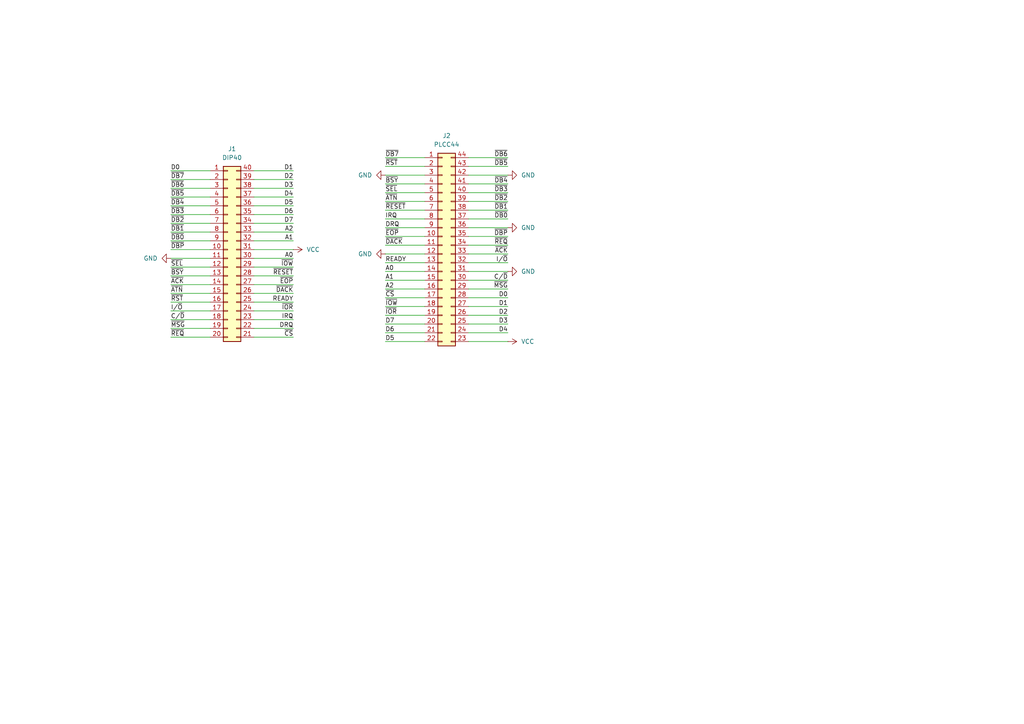
<source format=kicad_sch>
(kicad_sch
	(version 20231120)
	(generator "eeschema")
	(generator_version "8.0")
	(uuid "dc3bd0c8-938e-45ed-824f-a994adfb55dc")
	(paper "A4")
	(lib_symbols
		(symbol "Connector_Generic:Conn_02x20_Counter_Clockwise"
			(pin_names
				(offset 1.016) hide)
			(exclude_from_sim no)
			(in_bom yes)
			(on_board yes)
			(property "Reference" "J"
				(at 1.27 25.4 0)
				(effects
					(font
						(size 1.27 1.27)
					)
				)
			)
			(property "Value" "Conn_02x20_Counter_Clockwise"
				(at 1.27 -27.94 0)
				(effects
					(font
						(size 1.27 1.27)
					)
				)
			)
			(property "Footprint" ""
				(at 0 0 0)
				(effects
					(font
						(size 1.27 1.27)
					)
					(hide yes)
				)
			)
			(property "Datasheet" "~"
				(at 0 0 0)
				(effects
					(font
						(size 1.27 1.27)
					)
					(hide yes)
				)
			)
			(property "Description" "Generic connector, double row, 02x20, counter clockwise pin numbering scheme (similar to DIP package numbering), script generated (kicad-library-utils/schlib/autogen/connector/)"
				(at 0 0 0)
				(effects
					(font
						(size 1.27 1.27)
					)
					(hide yes)
				)
			)
			(property "ki_keywords" "connector"
				(at 0 0 0)
				(effects
					(font
						(size 1.27 1.27)
					)
					(hide yes)
				)
			)
			(property "ki_fp_filters" "Connector*:*_2x??_*"
				(at 0 0 0)
				(effects
					(font
						(size 1.27 1.27)
					)
					(hide yes)
				)
			)
			(symbol "Conn_02x20_Counter_Clockwise_1_1"
				(rectangle
					(start -1.27 -25.273)
					(end 0 -25.527)
					(stroke
						(width 0.1524)
						(type default)
					)
					(fill
						(type none)
					)
				)
				(rectangle
					(start -1.27 -22.733)
					(end 0 -22.987)
					(stroke
						(width 0.1524)
						(type default)
					)
					(fill
						(type none)
					)
				)
				(rectangle
					(start -1.27 -20.193)
					(end 0 -20.447)
					(stroke
						(width 0.1524)
						(type default)
					)
					(fill
						(type none)
					)
				)
				(rectangle
					(start -1.27 -17.653)
					(end 0 -17.907)
					(stroke
						(width 0.1524)
						(type default)
					)
					(fill
						(type none)
					)
				)
				(rectangle
					(start -1.27 -15.113)
					(end 0 -15.367)
					(stroke
						(width 0.1524)
						(type default)
					)
					(fill
						(type none)
					)
				)
				(rectangle
					(start -1.27 -12.573)
					(end 0 -12.827)
					(stroke
						(width 0.1524)
						(type default)
					)
					(fill
						(type none)
					)
				)
				(rectangle
					(start -1.27 -10.033)
					(end 0 -10.287)
					(stroke
						(width 0.1524)
						(type default)
					)
					(fill
						(type none)
					)
				)
				(rectangle
					(start -1.27 -7.493)
					(end 0 -7.747)
					(stroke
						(width 0.1524)
						(type default)
					)
					(fill
						(type none)
					)
				)
				(rectangle
					(start -1.27 -4.953)
					(end 0 -5.207)
					(stroke
						(width 0.1524)
						(type default)
					)
					(fill
						(type none)
					)
				)
				(rectangle
					(start -1.27 -2.413)
					(end 0 -2.667)
					(stroke
						(width 0.1524)
						(type default)
					)
					(fill
						(type none)
					)
				)
				(rectangle
					(start -1.27 0.127)
					(end 0 -0.127)
					(stroke
						(width 0.1524)
						(type default)
					)
					(fill
						(type none)
					)
				)
				(rectangle
					(start -1.27 2.667)
					(end 0 2.413)
					(stroke
						(width 0.1524)
						(type default)
					)
					(fill
						(type none)
					)
				)
				(rectangle
					(start -1.27 5.207)
					(end 0 4.953)
					(stroke
						(width 0.1524)
						(type default)
					)
					(fill
						(type none)
					)
				)
				(rectangle
					(start -1.27 7.747)
					(end 0 7.493)
					(stroke
						(width 0.1524)
						(type default)
					)
					(fill
						(type none)
					)
				)
				(rectangle
					(start -1.27 10.287)
					(end 0 10.033)
					(stroke
						(width 0.1524)
						(type default)
					)
					(fill
						(type none)
					)
				)
				(rectangle
					(start -1.27 12.827)
					(end 0 12.573)
					(stroke
						(width 0.1524)
						(type default)
					)
					(fill
						(type none)
					)
				)
				(rectangle
					(start -1.27 15.367)
					(end 0 15.113)
					(stroke
						(width 0.1524)
						(type default)
					)
					(fill
						(type none)
					)
				)
				(rectangle
					(start -1.27 17.907)
					(end 0 17.653)
					(stroke
						(width 0.1524)
						(type default)
					)
					(fill
						(type none)
					)
				)
				(rectangle
					(start -1.27 20.447)
					(end 0 20.193)
					(stroke
						(width 0.1524)
						(type default)
					)
					(fill
						(type none)
					)
				)
				(rectangle
					(start -1.27 22.987)
					(end 0 22.733)
					(stroke
						(width 0.1524)
						(type default)
					)
					(fill
						(type none)
					)
				)
				(rectangle
					(start -1.27 24.13)
					(end 3.81 -26.67)
					(stroke
						(width 0.254)
						(type default)
					)
					(fill
						(type background)
					)
				)
				(rectangle
					(start 3.81 -25.273)
					(end 2.54 -25.527)
					(stroke
						(width 0.1524)
						(type default)
					)
					(fill
						(type none)
					)
				)
				(rectangle
					(start 3.81 -22.733)
					(end 2.54 -22.987)
					(stroke
						(width 0.1524)
						(type default)
					)
					(fill
						(type none)
					)
				)
				(rectangle
					(start 3.81 -20.193)
					(end 2.54 -20.447)
					(stroke
						(width 0.1524)
						(type default)
					)
					(fill
						(type none)
					)
				)
				(rectangle
					(start 3.81 -17.653)
					(end 2.54 -17.907)
					(stroke
						(width 0.1524)
						(type default)
					)
					(fill
						(type none)
					)
				)
				(rectangle
					(start 3.81 -15.113)
					(end 2.54 -15.367)
					(stroke
						(width 0.1524)
						(type default)
					)
					(fill
						(type none)
					)
				)
				(rectangle
					(start 3.81 -12.573)
					(end 2.54 -12.827)
					(stroke
						(width 0.1524)
						(type default)
					)
					(fill
						(type none)
					)
				)
				(rectangle
					(start 3.81 -10.033)
					(end 2.54 -10.287)
					(stroke
						(width 0.1524)
						(type default)
					)
					(fill
						(type none)
					)
				)
				(rectangle
					(start 3.81 -7.493)
					(end 2.54 -7.747)
					(stroke
						(width 0.1524)
						(type default)
					)
					(fill
						(type none)
					)
				)
				(rectangle
					(start 3.81 -4.953)
					(end 2.54 -5.207)
					(stroke
						(width 0.1524)
						(type default)
					)
					(fill
						(type none)
					)
				)
				(rectangle
					(start 3.81 -2.413)
					(end 2.54 -2.667)
					(stroke
						(width 0.1524)
						(type default)
					)
					(fill
						(type none)
					)
				)
				(rectangle
					(start 3.81 0.127)
					(end 2.54 -0.127)
					(stroke
						(width 0.1524)
						(type default)
					)
					(fill
						(type none)
					)
				)
				(rectangle
					(start 3.81 2.667)
					(end 2.54 2.413)
					(stroke
						(width 0.1524)
						(type default)
					)
					(fill
						(type none)
					)
				)
				(rectangle
					(start 3.81 5.207)
					(end 2.54 4.953)
					(stroke
						(width 0.1524)
						(type default)
					)
					(fill
						(type none)
					)
				)
				(rectangle
					(start 3.81 7.747)
					(end 2.54 7.493)
					(stroke
						(width 0.1524)
						(type default)
					)
					(fill
						(type none)
					)
				)
				(rectangle
					(start 3.81 10.287)
					(end 2.54 10.033)
					(stroke
						(width 0.1524)
						(type default)
					)
					(fill
						(type none)
					)
				)
				(rectangle
					(start 3.81 12.827)
					(end 2.54 12.573)
					(stroke
						(width 0.1524)
						(type default)
					)
					(fill
						(type none)
					)
				)
				(rectangle
					(start 3.81 15.367)
					(end 2.54 15.113)
					(stroke
						(width 0.1524)
						(type default)
					)
					(fill
						(type none)
					)
				)
				(rectangle
					(start 3.81 17.907)
					(end 2.54 17.653)
					(stroke
						(width 0.1524)
						(type default)
					)
					(fill
						(type none)
					)
				)
				(rectangle
					(start 3.81 20.447)
					(end 2.54 20.193)
					(stroke
						(width 0.1524)
						(type default)
					)
					(fill
						(type none)
					)
				)
				(rectangle
					(start 3.81 22.987)
					(end 2.54 22.733)
					(stroke
						(width 0.1524)
						(type default)
					)
					(fill
						(type none)
					)
				)
				(pin passive line
					(at -5.08 22.86 0)
					(length 3.81)
					(name "Pin_1"
						(effects
							(font
								(size 1.27 1.27)
							)
						)
					)
					(number "1"
						(effects
							(font
								(size 1.27 1.27)
							)
						)
					)
				)
				(pin passive line
					(at -5.08 0 0)
					(length 3.81)
					(name "Pin_10"
						(effects
							(font
								(size 1.27 1.27)
							)
						)
					)
					(number "10"
						(effects
							(font
								(size 1.27 1.27)
							)
						)
					)
				)
				(pin passive line
					(at -5.08 -2.54 0)
					(length 3.81)
					(name "Pin_11"
						(effects
							(font
								(size 1.27 1.27)
							)
						)
					)
					(number "11"
						(effects
							(font
								(size 1.27 1.27)
							)
						)
					)
				)
				(pin passive line
					(at -5.08 -5.08 0)
					(length 3.81)
					(name "Pin_12"
						(effects
							(font
								(size 1.27 1.27)
							)
						)
					)
					(number "12"
						(effects
							(font
								(size 1.27 1.27)
							)
						)
					)
				)
				(pin passive line
					(at -5.08 -7.62 0)
					(length 3.81)
					(name "Pin_13"
						(effects
							(font
								(size 1.27 1.27)
							)
						)
					)
					(number "13"
						(effects
							(font
								(size 1.27 1.27)
							)
						)
					)
				)
				(pin passive line
					(at -5.08 -10.16 0)
					(length 3.81)
					(name "Pin_14"
						(effects
							(font
								(size 1.27 1.27)
							)
						)
					)
					(number "14"
						(effects
							(font
								(size 1.27 1.27)
							)
						)
					)
				)
				(pin passive line
					(at -5.08 -12.7 0)
					(length 3.81)
					(name "Pin_15"
						(effects
							(font
								(size 1.27 1.27)
							)
						)
					)
					(number "15"
						(effects
							(font
								(size 1.27 1.27)
							)
						)
					)
				)
				(pin passive line
					(at -5.08 -15.24 0)
					(length 3.81)
					(name "Pin_16"
						(effects
							(font
								(size 1.27 1.27)
							)
						)
					)
					(number "16"
						(effects
							(font
								(size 1.27 1.27)
							)
						)
					)
				)
				(pin passive line
					(at -5.08 -17.78 0)
					(length 3.81)
					(name "Pin_17"
						(effects
							(font
								(size 1.27 1.27)
							)
						)
					)
					(number "17"
						(effects
							(font
								(size 1.27 1.27)
							)
						)
					)
				)
				(pin passive line
					(at -5.08 -20.32 0)
					(length 3.81)
					(name "Pin_18"
						(effects
							(font
								(size 1.27 1.27)
							)
						)
					)
					(number "18"
						(effects
							(font
								(size 1.27 1.27)
							)
						)
					)
				)
				(pin passive line
					(at -5.08 -22.86 0)
					(length 3.81)
					(name "Pin_19"
						(effects
							(font
								(size 1.27 1.27)
							)
						)
					)
					(number "19"
						(effects
							(font
								(size 1.27 1.27)
							)
						)
					)
				)
				(pin passive line
					(at -5.08 20.32 0)
					(length 3.81)
					(name "Pin_2"
						(effects
							(font
								(size 1.27 1.27)
							)
						)
					)
					(number "2"
						(effects
							(font
								(size 1.27 1.27)
							)
						)
					)
				)
				(pin passive line
					(at -5.08 -25.4 0)
					(length 3.81)
					(name "Pin_20"
						(effects
							(font
								(size 1.27 1.27)
							)
						)
					)
					(number "20"
						(effects
							(font
								(size 1.27 1.27)
							)
						)
					)
				)
				(pin passive line
					(at 7.62 -25.4 180)
					(length 3.81)
					(name "Pin_21"
						(effects
							(font
								(size 1.27 1.27)
							)
						)
					)
					(number "21"
						(effects
							(font
								(size 1.27 1.27)
							)
						)
					)
				)
				(pin passive line
					(at 7.62 -22.86 180)
					(length 3.81)
					(name "Pin_22"
						(effects
							(font
								(size 1.27 1.27)
							)
						)
					)
					(number "22"
						(effects
							(font
								(size 1.27 1.27)
							)
						)
					)
				)
				(pin passive line
					(at 7.62 -20.32 180)
					(length 3.81)
					(name "Pin_23"
						(effects
							(font
								(size 1.27 1.27)
							)
						)
					)
					(number "23"
						(effects
							(font
								(size 1.27 1.27)
							)
						)
					)
				)
				(pin passive line
					(at 7.62 -17.78 180)
					(length 3.81)
					(name "Pin_24"
						(effects
							(font
								(size 1.27 1.27)
							)
						)
					)
					(number "24"
						(effects
							(font
								(size 1.27 1.27)
							)
						)
					)
				)
				(pin passive line
					(at 7.62 -15.24 180)
					(length 3.81)
					(name "Pin_25"
						(effects
							(font
								(size 1.27 1.27)
							)
						)
					)
					(number "25"
						(effects
							(font
								(size 1.27 1.27)
							)
						)
					)
				)
				(pin passive line
					(at 7.62 -12.7 180)
					(length 3.81)
					(name "Pin_26"
						(effects
							(font
								(size 1.27 1.27)
							)
						)
					)
					(number "26"
						(effects
							(font
								(size 1.27 1.27)
							)
						)
					)
				)
				(pin passive line
					(at 7.62 -10.16 180)
					(length 3.81)
					(name "Pin_27"
						(effects
							(font
								(size 1.27 1.27)
							)
						)
					)
					(number "27"
						(effects
							(font
								(size 1.27 1.27)
							)
						)
					)
				)
				(pin passive line
					(at 7.62 -7.62 180)
					(length 3.81)
					(name "Pin_28"
						(effects
							(font
								(size 1.27 1.27)
							)
						)
					)
					(number "28"
						(effects
							(font
								(size 1.27 1.27)
							)
						)
					)
				)
				(pin passive line
					(at 7.62 -5.08 180)
					(length 3.81)
					(name "Pin_29"
						(effects
							(font
								(size 1.27 1.27)
							)
						)
					)
					(number "29"
						(effects
							(font
								(size 1.27 1.27)
							)
						)
					)
				)
				(pin passive line
					(at -5.08 17.78 0)
					(length 3.81)
					(name "Pin_3"
						(effects
							(font
								(size 1.27 1.27)
							)
						)
					)
					(number "3"
						(effects
							(font
								(size 1.27 1.27)
							)
						)
					)
				)
				(pin passive line
					(at 7.62 -2.54 180)
					(length 3.81)
					(name "Pin_30"
						(effects
							(font
								(size 1.27 1.27)
							)
						)
					)
					(number "30"
						(effects
							(font
								(size 1.27 1.27)
							)
						)
					)
				)
				(pin passive line
					(at 7.62 0 180)
					(length 3.81)
					(name "Pin_31"
						(effects
							(font
								(size 1.27 1.27)
							)
						)
					)
					(number "31"
						(effects
							(font
								(size 1.27 1.27)
							)
						)
					)
				)
				(pin passive line
					(at 7.62 2.54 180)
					(length 3.81)
					(name "Pin_32"
						(effects
							(font
								(size 1.27 1.27)
							)
						)
					)
					(number "32"
						(effects
							(font
								(size 1.27 1.27)
							)
						)
					)
				)
				(pin passive line
					(at 7.62 5.08 180)
					(length 3.81)
					(name "Pin_33"
						(effects
							(font
								(size 1.27 1.27)
							)
						)
					)
					(number "33"
						(effects
							(font
								(size 1.27 1.27)
							)
						)
					)
				)
				(pin passive line
					(at 7.62 7.62 180)
					(length 3.81)
					(name "Pin_34"
						(effects
							(font
								(size 1.27 1.27)
							)
						)
					)
					(number "34"
						(effects
							(font
								(size 1.27 1.27)
							)
						)
					)
				)
				(pin passive line
					(at 7.62 10.16 180)
					(length 3.81)
					(name "Pin_35"
						(effects
							(font
								(size 1.27 1.27)
							)
						)
					)
					(number "35"
						(effects
							(font
								(size 1.27 1.27)
							)
						)
					)
				)
				(pin passive line
					(at 7.62 12.7 180)
					(length 3.81)
					(name "Pin_36"
						(effects
							(font
								(size 1.27 1.27)
							)
						)
					)
					(number "36"
						(effects
							(font
								(size 1.27 1.27)
							)
						)
					)
				)
				(pin passive line
					(at 7.62 15.24 180)
					(length 3.81)
					(name "Pin_37"
						(effects
							(font
								(size 1.27 1.27)
							)
						)
					)
					(number "37"
						(effects
							(font
								(size 1.27 1.27)
							)
						)
					)
				)
				(pin passive line
					(at 7.62 17.78 180)
					(length 3.81)
					(name "Pin_38"
						(effects
							(font
								(size 1.27 1.27)
							)
						)
					)
					(number "38"
						(effects
							(font
								(size 1.27 1.27)
							)
						)
					)
				)
				(pin passive line
					(at 7.62 20.32 180)
					(length 3.81)
					(name "Pin_39"
						(effects
							(font
								(size 1.27 1.27)
							)
						)
					)
					(number "39"
						(effects
							(font
								(size 1.27 1.27)
							)
						)
					)
				)
				(pin passive line
					(at -5.08 15.24 0)
					(length 3.81)
					(name "Pin_4"
						(effects
							(font
								(size 1.27 1.27)
							)
						)
					)
					(number "4"
						(effects
							(font
								(size 1.27 1.27)
							)
						)
					)
				)
				(pin passive line
					(at 7.62 22.86 180)
					(length 3.81)
					(name "Pin_40"
						(effects
							(font
								(size 1.27 1.27)
							)
						)
					)
					(number "40"
						(effects
							(font
								(size 1.27 1.27)
							)
						)
					)
				)
				(pin passive line
					(at -5.08 12.7 0)
					(length 3.81)
					(name "Pin_5"
						(effects
							(font
								(size 1.27 1.27)
							)
						)
					)
					(number "5"
						(effects
							(font
								(size 1.27 1.27)
							)
						)
					)
				)
				(pin passive line
					(at -5.08 10.16 0)
					(length 3.81)
					(name "Pin_6"
						(effects
							(font
								(size 1.27 1.27)
							)
						)
					)
					(number "6"
						(effects
							(font
								(size 1.27 1.27)
							)
						)
					)
				)
				(pin passive line
					(at -5.08 7.62 0)
					(length 3.81)
					(name "Pin_7"
						(effects
							(font
								(size 1.27 1.27)
							)
						)
					)
					(number "7"
						(effects
							(font
								(size 1.27 1.27)
							)
						)
					)
				)
				(pin passive line
					(at -5.08 5.08 0)
					(length 3.81)
					(name "Pin_8"
						(effects
							(font
								(size 1.27 1.27)
							)
						)
					)
					(number "8"
						(effects
							(font
								(size 1.27 1.27)
							)
						)
					)
				)
				(pin passive line
					(at -5.08 2.54 0)
					(length 3.81)
					(name "Pin_9"
						(effects
							(font
								(size 1.27 1.27)
							)
						)
					)
					(number "9"
						(effects
							(font
								(size 1.27 1.27)
							)
						)
					)
				)
			)
		)
		(symbol "Connector_Generic:Conn_02x22_Counter_Clockwise"
			(pin_names
				(offset 1.016) hide)
			(exclude_from_sim no)
			(in_bom yes)
			(on_board yes)
			(property "Reference" "J"
				(at 1.27 27.94 0)
				(effects
					(font
						(size 1.27 1.27)
					)
				)
			)
			(property "Value" "Conn_02x22_Counter_Clockwise"
				(at 1.27 -30.48 0)
				(effects
					(font
						(size 1.27 1.27)
					)
				)
			)
			(property "Footprint" ""
				(at 0 0 0)
				(effects
					(font
						(size 1.27 1.27)
					)
					(hide yes)
				)
			)
			(property "Datasheet" "~"
				(at 0 0 0)
				(effects
					(font
						(size 1.27 1.27)
					)
					(hide yes)
				)
			)
			(property "Description" "Generic connector, double row, 02x22, counter clockwise pin numbering scheme (similar to DIP package numbering), script generated (kicad-library-utils/schlib/autogen/connector/)"
				(at 0 0 0)
				(effects
					(font
						(size 1.27 1.27)
					)
					(hide yes)
				)
			)
			(property "ki_keywords" "connector"
				(at 0 0 0)
				(effects
					(font
						(size 1.27 1.27)
					)
					(hide yes)
				)
			)
			(property "ki_fp_filters" "Connector*:*_2x??_*"
				(at 0 0 0)
				(effects
					(font
						(size 1.27 1.27)
					)
					(hide yes)
				)
			)
			(symbol "Conn_02x22_Counter_Clockwise_1_1"
				(rectangle
					(start -1.27 -27.813)
					(end 0 -28.067)
					(stroke
						(width 0.1524)
						(type default)
					)
					(fill
						(type none)
					)
				)
				(rectangle
					(start -1.27 -25.273)
					(end 0 -25.527)
					(stroke
						(width 0.1524)
						(type default)
					)
					(fill
						(type none)
					)
				)
				(rectangle
					(start -1.27 -22.733)
					(end 0 -22.987)
					(stroke
						(width 0.1524)
						(type default)
					)
					(fill
						(type none)
					)
				)
				(rectangle
					(start -1.27 -20.193)
					(end 0 -20.447)
					(stroke
						(width 0.1524)
						(type default)
					)
					(fill
						(type none)
					)
				)
				(rectangle
					(start -1.27 -17.653)
					(end 0 -17.907)
					(stroke
						(width 0.1524)
						(type default)
					)
					(fill
						(type none)
					)
				)
				(rectangle
					(start -1.27 -15.113)
					(end 0 -15.367)
					(stroke
						(width 0.1524)
						(type default)
					)
					(fill
						(type none)
					)
				)
				(rectangle
					(start -1.27 -12.573)
					(end 0 -12.827)
					(stroke
						(width 0.1524)
						(type default)
					)
					(fill
						(type none)
					)
				)
				(rectangle
					(start -1.27 -10.033)
					(end 0 -10.287)
					(stroke
						(width 0.1524)
						(type default)
					)
					(fill
						(type none)
					)
				)
				(rectangle
					(start -1.27 -7.493)
					(end 0 -7.747)
					(stroke
						(width 0.1524)
						(type default)
					)
					(fill
						(type none)
					)
				)
				(rectangle
					(start -1.27 -4.953)
					(end 0 -5.207)
					(stroke
						(width 0.1524)
						(type default)
					)
					(fill
						(type none)
					)
				)
				(rectangle
					(start -1.27 -2.413)
					(end 0 -2.667)
					(stroke
						(width 0.1524)
						(type default)
					)
					(fill
						(type none)
					)
				)
				(rectangle
					(start -1.27 0.127)
					(end 0 -0.127)
					(stroke
						(width 0.1524)
						(type default)
					)
					(fill
						(type none)
					)
				)
				(rectangle
					(start -1.27 2.667)
					(end 0 2.413)
					(stroke
						(width 0.1524)
						(type default)
					)
					(fill
						(type none)
					)
				)
				(rectangle
					(start -1.27 5.207)
					(end 0 4.953)
					(stroke
						(width 0.1524)
						(type default)
					)
					(fill
						(type none)
					)
				)
				(rectangle
					(start -1.27 7.747)
					(end 0 7.493)
					(stroke
						(width 0.1524)
						(type default)
					)
					(fill
						(type none)
					)
				)
				(rectangle
					(start -1.27 10.287)
					(end 0 10.033)
					(stroke
						(width 0.1524)
						(type default)
					)
					(fill
						(type none)
					)
				)
				(rectangle
					(start -1.27 12.827)
					(end 0 12.573)
					(stroke
						(width 0.1524)
						(type default)
					)
					(fill
						(type none)
					)
				)
				(rectangle
					(start -1.27 15.367)
					(end 0 15.113)
					(stroke
						(width 0.1524)
						(type default)
					)
					(fill
						(type none)
					)
				)
				(rectangle
					(start -1.27 17.907)
					(end 0 17.653)
					(stroke
						(width 0.1524)
						(type default)
					)
					(fill
						(type none)
					)
				)
				(rectangle
					(start -1.27 20.447)
					(end 0 20.193)
					(stroke
						(width 0.1524)
						(type default)
					)
					(fill
						(type none)
					)
				)
				(rectangle
					(start -1.27 22.987)
					(end 0 22.733)
					(stroke
						(width 0.1524)
						(type default)
					)
					(fill
						(type none)
					)
				)
				(rectangle
					(start -1.27 25.527)
					(end 0 25.273)
					(stroke
						(width 0.1524)
						(type default)
					)
					(fill
						(type none)
					)
				)
				(rectangle
					(start -1.27 26.67)
					(end 3.81 -29.21)
					(stroke
						(width 0.254)
						(type default)
					)
					(fill
						(type background)
					)
				)
				(rectangle
					(start 3.81 -27.813)
					(end 2.54 -28.067)
					(stroke
						(width 0.1524)
						(type default)
					)
					(fill
						(type none)
					)
				)
				(rectangle
					(start 3.81 -25.273)
					(end 2.54 -25.527)
					(stroke
						(width 0.1524)
						(type default)
					)
					(fill
						(type none)
					)
				)
				(rectangle
					(start 3.81 -22.733)
					(end 2.54 -22.987)
					(stroke
						(width 0.1524)
						(type default)
					)
					(fill
						(type none)
					)
				)
				(rectangle
					(start 3.81 -20.193)
					(end 2.54 -20.447)
					(stroke
						(width 0.1524)
						(type default)
					)
					(fill
						(type none)
					)
				)
				(rectangle
					(start 3.81 -17.653)
					(end 2.54 -17.907)
					(stroke
						(width 0.1524)
						(type default)
					)
					(fill
						(type none)
					)
				)
				(rectangle
					(start 3.81 -15.113)
					(end 2.54 -15.367)
					(stroke
						(width 0.1524)
						(type default)
					)
					(fill
						(type none)
					)
				)
				(rectangle
					(start 3.81 -12.573)
					(end 2.54 -12.827)
					(stroke
						(width 0.1524)
						(type default)
					)
					(fill
						(type none)
					)
				)
				(rectangle
					(start 3.81 -10.033)
					(end 2.54 -10.287)
					(stroke
						(width 0.1524)
						(type default)
					)
					(fill
						(type none)
					)
				)
				(rectangle
					(start 3.81 -7.493)
					(end 2.54 -7.747)
					(stroke
						(width 0.1524)
						(type default)
					)
					(fill
						(type none)
					)
				)
				(rectangle
					(start 3.81 -4.953)
					(end 2.54 -5.207)
					(stroke
						(width 0.1524)
						(type default)
					)
					(fill
						(type none)
					)
				)
				(rectangle
					(start 3.81 -2.413)
					(end 2.54 -2.667)
					(stroke
						(width 0.1524)
						(type default)
					)
					(fill
						(type none)
					)
				)
				(rectangle
					(start 3.81 0.127)
					(end 2.54 -0.127)
					(stroke
						(width 0.1524)
						(type default)
					)
					(fill
						(type none)
					)
				)
				(rectangle
					(start 3.81 2.667)
					(end 2.54 2.413)
					(stroke
						(width 0.1524)
						(type default)
					)
					(fill
						(type none)
					)
				)
				(rectangle
					(start 3.81 5.207)
					(end 2.54 4.953)
					(stroke
						(width 0.1524)
						(type default)
					)
					(fill
						(type none)
					)
				)
				(rectangle
					(start 3.81 7.747)
					(end 2.54 7.493)
					(stroke
						(width 0.1524)
						(type default)
					)
					(fill
						(type none)
					)
				)
				(rectangle
					(start 3.81 10.287)
					(end 2.54 10.033)
					(stroke
						(width 0.1524)
						(type default)
					)
					(fill
						(type none)
					)
				)
				(rectangle
					(start 3.81 12.827)
					(end 2.54 12.573)
					(stroke
						(width 0.1524)
						(type default)
					)
					(fill
						(type none)
					)
				)
				(rectangle
					(start 3.81 15.367)
					(end 2.54 15.113)
					(stroke
						(width 0.1524)
						(type default)
					)
					(fill
						(type none)
					)
				)
				(rectangle
					(start 3.81 17.907)
					(end 2.54 17.653)
					(stroke
						(width 0.1524)
						(type default)
					)
					(fill
						(type none)
					)
				)
				(rectangle
					(start 3.81 20.447)
					(end 2.54 20.193)
					(stroke
						(width 0.1524)
						(type default)
					)
					(fill
						(type none)
					)
				)
				(rectangle
					(start 3.81 22.987)
					(end 2.54 22.733)
					(stroke
						(width 0.1524)
						(type default)
					)
					(fill
						(type none)
					)
				)
				(rectangle
					(start 3.81 25.527)
					(end 2.54 25.273)
					(stroke
						(width 0.1524)
						(type default)
					)
					(fill
						(type none)
					)
				)
				(pin passive line
					(at -5.08 25.4 0)
					(length 3.81)
					(name "Pin_1"
						(effects
							(font
								(size 1.27 1.27)
							)
						)
					)
					(number "1"
						(effects
							(font
								(size 1.27 1.27)
							)
						)
					)
				)
				(pin passive line
					(at -5.08 2.54 0)
					(length 3.81)
					(name "Pin_10"
						(effects
							(font
								(size 1.27 1.27)
							)
						)
					)
					(number "10"
						(effects
							(font
								(size 1.27 1.27)
							)
						)
					)
				)
				(pin passive line
					(at -5.08 0 0)
					(length 3.81)
					(name "Pin_11"
						(effects
							(font
								(size 1.27 1.27)
							)
						)
					)
					(number "11"
						(effects
							(font
								(size 1.27 1.27)
							)
						)
					)
				)
				(pin passive line
					(at -5.08 -2.54 0)
					(length 3.81)
					(name "Pin_12"
						(effects
							(font
								(size 1.27 1.27)
							)
						)
					)
					(number "12"
						(effects
							(font
								(size 1.27 1.27)
							)
						)
					)
				)
				(pin passive line
					(at -5.08 -5.08 0)
					(length 3.81)
					(name "Pin_13"
						(effects
							(font
								(size 1.27 1.27)
							)
						)
					)
					(number "13"
						(effects
							(font
								(size 1.27 1.27)
							)
						)
					)
				)
				(pin passive line
					(at -5.08 -7.62 0)
					(length 3.81)
					(name "Pin_14"
						(effects
							(font
								(size 1.27 1.27)
							)
						)
					)
					(number "14"
						(effects
							(font
								(size 1.27 1.27)
							)
						)
					)
				)
				(pin passive line
					(at -5.08 -10.16 0)
					(length 3.81)
					(name "Pin_15"
						(effects
							(font
								(size 1.27 1.27)
							)
						)
					)
					(number "15"
						(effects
							(font
								(size 1.27 1.27)
							)
						)
					)
				)
				(pin passive line
					(at -5.08 -12.7 0)
					(length 3.81)
					(name "Pin_16"
						(effects
							(font
								(size 1.27 1.27)
							)
						)
					)
					(number "16"
						(effects
							(font
								(size 1.27 1.27)
							)
						)
					)
				)
				(pin passive line
					(at -5.08 -15.24 0)
					(length 3.81)
					(name "Pin_17"
						(effects
							(font
								(size 1.27 1.27)
							)
						)
					)
					(number "17"
						(effects
							(font
								(size 1.27 1.27)
							)
						)
					)
				)
				(pin passive line
					(at -5.08 -17.78 0)
					(length 3.81)
					(name "Pin_18"
						(effects
							(font
								(size 1.27 1.27)
							)
						)
					)
					(number "18"
						(effects
							(font
								(size 1.27 1.27)
							)
						)
					)
				)
				(pin passive line
					(at -5.08 -20.32 0)
					(length 3.81)
					(name "Pin_19"
						(effects
							(font
								(size 1.27 1.27)
							)
						)
					)
					(number "19"
						(effects
							(font
								(size 1.27 1.27)
							)
						)
					)
				)
				(pin passive line
					(at -5.08 22.86 0)
					(length 3.81)
					(name "Pin_2"
						(effects
							(font
								(size 1.27 1.27)
							)
						)
					)
					(number "2"
						(effects
							(font
								(size 1.27 1.27)
							)
						)
					)
				)
				(pin passive line
					(at -5.08 -22.86 0)
					(length 3.81)
					(name "Pin_20"
						(effects
							(font
								(size 1.27 1.27)
							)
						)
					)
					(number "20"
						(effects
							(font
								(size 1.27 1.27)
							)
						)
					)
				)
				(pin passive line
					(at -5.08 -25.4 0)
					(length 3.81)
					(name "Pin_21"
						(effects
							(font
								(size 1.27 1.27)
							)
						)
					)
					(number "21"
						(effects
							(font
								(size 1.27 1.27)
							)
						)
					)
				)
				(pin passive line
					(at -5.08 -27.94 0)
					(length 3.81)
					(name "Pin_22"
						(effects
							(font
								(size 1.27 1.27)
							)
						)
					)
					(number "22"
						(effects
							(font
								(size 1.27 1.27)
							)
						)
					)
				)
				(pin passive line
					(at 7.62 -27.94 180)
					(length 3.81)
					(name "Pin_23"
						(effects
							(font
								(size 1.27 1.27)
							)
						)
					)
					(number "23"
						(effects
							(font
								(size 1.27 1.27)
							)
						)
					)
				)
				(pin passive line
					(at 7.62 -25.4 180)
					(length 3.81)
					(name "Pin_24"
						(effects
							(font
								(size 1.27 1.27)
							)
						)
					)
					(number "24"
						(effects
							(font
								(size 1.27 1.27)
							)
						)
					)
				)
				(pin passive line
					(at 7.62 -22.86 180)
					(length 3.81)
					(name "Pin_25"
						(effects
							(font
								(size 1.27 1.27)
							)
						)
					)
					(number "25"
						(effects
							(font
								(size 1.27 1.27)
							)
						)
					)
				)
				(pin passive line
					(at 7.62 -20.32 180)
					(length 3.81)
					(name "Pin_26"
						(effects
							(font
								(size 1.27 1.27)
							)
						)
					)
					(number "26"
						(effects
							(font
								(size 1.27 1.27)
							)
						)
					)
				)
				(pin passive line
					(at 7.62 -17.78 180)
					(length 3.81)
					(name "Pin_27"
						(effects
							(font
								(size 1.27 1.27)
							)
						)
					)
					(number "27"
						(effects
							(font
								(size 1.27 1.27)
							)
						)
					)
				)
				(pin passive line
					(at 7.62 -15.24 180)
					(length 3.81)
					(name "Pin_28"
						(effects
							(font
								(size 1.27 1.27)
							)
						)
					)
					(number "28"
						(effects
							(font
								(size 1.27 1.27)
							)
						)
					)
				)
				(pin passive line
					(at 7.62 -12.7 180)
					(length 3.81)
					(name "Pin_29"
						(effects
							(font
								(size 1.27 1.27)
							)
						)
					)
					(number "29"
						(effects
							(font
								(size 1.27 1.27)
							)
						)
					)
				)
				(pin passive line
					(at -5.08 20.32 0)
					(length 3.81)
					(name "Pin_3"
						(effects
							(font
								(size 1.27 1.27)
							)
						)
					)
					(number "3"
						(effects
							(font
								(size 1.27 1.27)
							)
						)
					)
				)
				(pin passive line
					(at 7.62 -10.16 180)
					(length 3.81)
					(name "Pin_30"
						(effects
							(font
								(size 1.27 1.27)
							)
						)
					)
					(number "30"
						(effects
							(font
								(size 1.27 1.27)
							)
						)
					)
				)
				(pin passive line
					(at 7.62 -7.62 180)
					(length 3.81)
					(name "Pin_31"
						(effects
							(font
								(size 1.27 1.27)
							)
						)
					)
					(number "31"
						(effects
							(font
								(size 1.27 1.27)
							)
						)
					)
				)
				(pin passive line
					(at 7.62 -5.08 180)
					(length 3.81)
					(name "Pin_32"
						(effects
							(font
								(size 1.27 1.27)
							)
						)
					)
					(number "32"
						(effects
							(font
								(size 1.27 1.27)
							)
						)
					)
				)
				(pin passive line
					(at 7.62 -2.54 180)
					(length 3.81)
					(name "Pin_33"
						(effects
							(font
								(size 1.27 1.27)
							)
						)
					)
					(number "33"
						(effects
							(font
								(size 1.27 1.27)
							)
						)
					)
				)
				(pin passive line
					(at 7.62 0 180)
					(length 3.81)
					(name "Pin_34"
						(effects
							(font
								(size 1.27 1.27)
							)
						)
					)
					(number "34"
						(effects
							(font
								(size 1.27 1.27)
							)
						)
					)
				)
				(pin passive line
					(at 7.62 2.54 180)
					(length 3.81)
					(name "Pin_35"
						(effects
							(font
								(size 1.27 1.27)
							)
						)
					)
					(number "35"
						(effects
							(font
								(size 1.27 1.27)
							)
						)
					)
				)
				(pin passive line
					(at 7.62 5.08 180)
					(length 3.81)
					(name "Pin_36"
						(effects
							(font
								(size 1.27 1.27)
							)
						)
					)
					(number "36"
						(effects
							(font
								(size 1.27 1.27)
							)
						)
					)
				)
				(pin passive line
					(at 7.62 7.62 180)
					(length 3.81)
					(name "Pin_37"
						(effects
							(font
								(size 1.27 1.27)
							)
						)
					)
					(number "37"
						(effects
							(font
								(size 1.27 1.27)
							)
						)
					)
				)
				(pin passive line
					(at 7.62 10.16 180)
					(length 3.81)
					(name "Pin_38"
						(effects
							(font
								(size 1.27 1.27)
							)
						)
					)
					(number "38"
						(effects
							(font
								(size 1.27 1.27)
							)
						)
					)
				)
				(pin passive line
					(at 7.62 12.7 180)
					(length 3.81)
					(name "Pin_39"
						(effects
							(font
								(size 1.27 1.27)
							)
						)
					)
					(number "39"
						(effects
							(font
								(size 1.27 1.27)
							)
						)
					)
				)
				(pin passive line
					(at -5.08 17.78 0)
					(length 3.81)
					(name "Pin_4"
						(effects
							(font
								(size 1.27 1.27)
							)
						)
					)
					(number "4"
						(effects
							(font
								(size 1.27 1.27)
							)
						)
					)
				)
				(pin passive line
					(at 7.62 15.24 180)
					(length 3.81)
					(name "Pin_40"
						(effects
							(font
								(size 1.27 1.27)
							)
						)
					)
					(number "40"
						(effects
							(font
								(size 1.27 1.27)
							)
						)
					)
				)
				(pin passive line
					(at 7.62 17.78 180)
					(length 3.81)
					(name "Pin_41"
						(effects
							(font
								(size 1.27 1.27)
							)
						)
					)
					(number "41"
						(effects
							(font
								(size 1.27 1.27)
							)
						)
					)
				)
				(pin passive line
					(at 7.62 20.32 180)
					(length 3.81)
					(name "Pin_42"
						(effects
							(font
								(size 1.27 1.27)
							)
						)
					)
					(number "42"
						(effects
							(font
								(size 1.27 1.27)
							)
						)
					)
				)
				(pin passive line
					(at 7.62 22.86 180)
					(length 3.81)
					(name "Pin_43"
						(effects
							(font
								(size 1.27 1.27)
							)
						)
					)
					(number "43"
						(effects
							(font
								(size 1.27 1.27)
							)
						)
					)
				)
				(pin passive line
					(at 7.62 25.4 180)
					(length 3.81)
					(name "Pin_44"
						(effects
							(font
								(size 1.27 1.27)
							)
						)
					)
					(number "44"
						(effects
							(font
								(size 1.27 1.27)
							)
						)
					)
				)
				(pin passive line
					(at -5.08 15.24 0)
					(length 3.81)
					(name "Pin_5"
						(effects
							(font
								(size 1.27 1.27)
							)
						)
					)
					(number "5"
						(effects
							(font
								(size 1.27 1.27)
							)
						)
					)
				)
				(pin passive line
					(at -5.08 12.7 0)
					(length 3.81)
					(name "Pin_6"
						(effects
							(font
								(size 1.27 1.27)
							)
						)
					)
					(number "6"
						(effects
							(font
								(size 1.27 1.27)
							)
						)
					)
				)
				(pin passive line
					(at -5.08 10.16 0)
					(length 3.81)
					(name "Pin_7"
						(effects
							(font
								(size 1.27 1.27)
							)
						)
					)
					(number "7"
						(effects
							(font
								(size 1.27 1.27)
							)
						)
					)
				)
				(pin passive line
					(at -5.08 7.62 0)
					(length 3.81)
					(name "Pin_8"
						(effects
							(font
								(size 1.27 1.27)
							)
						)
					)
					(number "8"
						(effects
							(font
								(size 1.27 1.27)
							)
						)
					)
				)
				(pin passive line
					(at -5.08 5.08 0)
					(length 3.81)
					(name "Pin_9"
						(effects
							(font
								(size 1.27 1.27)
							)
						)
					)
					(number "9"
						(effects
							(font
								(size 1.27 1.27)
							)
						)
					)
				)
			)
		)
		(symbol "power:GND"
			(power)
			(pin_numbers hide)
			(pin_names
				(offset 0) hide)
			(exclude_from_sim no)
			(in_bom yes)
			(on_board yes)
			(property "Reference" "#PWR"
				(at 0 -6.35 0)
				(effects
					(font
						(size 1.27 1.27)
					)
					(hide yes)
				)
			)
			(property "Value" "GND"
				(at 0 -3.81 0)
				(effects
					(font
						(size 1.27 1.27)
					)
				)
			)
			(property "Footprint" ""
				(at 0 0 0)
				(effects
					(font
						(size 1.27 1.27)
					)
					(hide yes)
				)
			)
			(property "Datasheet" ""
				(at 0 0 0)
				(effects
					(font
						(size 1.27 1.27)
					)
					(hide yes)
				)
			)
			(property "Description" "Power symbol creates a global label with name \"GND\" , ground"
				(at 0 0 0)
				(effects
					(font
						(size 1.27 1.27)
					)
					(hide yes)
				)
			)
			(property "ki_keywords" "global power"
				(at 0 0 0)
				(effects
					(font
						(size 1.27 1.27)
					)
					(hide yes)
				)
			)
			(symbol "GND_0_1"
				(polyline
					(pts
						(xy 0 0) (xy 0 -1.27) (xy 1.27 -1.27) (xy 0 -2.54) (xy -1.27 -1.27) (xy 0 -1.27)
					)
					(stroke
						(width 0)
						(type default)
					)
					(fill
						(type none)
					)
				)
			)
			(symbol "GND_1_1"
				(pin power_in line
					(at 0 0 270)
					(length 0)
					(name "~"
						(effects
							(font
								(size 1.27 1.27)
							)
						)
					)
					(number "1"
						(effects
							(font
								(size 1.27 1.27)
							)
						)
					)
				)
			)
		)
		(symbol "power:VCC"
			(power)
			(pin_numbers hide)
			(pin_names
				(offset 0) hide)
			(exclude_from_sim no)
			(in_bom yes)
			(on_board yes)
			(property "Reference" "#PWR"
				(at 0 -3.81 0)
				(effects
					(font
						(size 1.27 1.27)
					)
					(hide yes)
				)
			)
			(property "Value" "VCC"
				(at 0 3.556 0)
				(effects
					(font
						(size 1.27 1.27)
					)
				)
			)
			(property "Footprint" ""
				(at 0 0 0)
				(effects
					(font
						(size 1.27 1.27)
					)
					(hide yes)
				)
			)
			(property "Datasheet" ""
				(at 0 0 0)
				(effects
					(font
						(size 1.27 1.27)
					)
					(hide yes)
				)
			)
			(property "Description" "Power symbol creates a global label with name \"VCC\""
				(at 0 0 0)
				(effects
					(font
						(size 1.27 1.27)
					)
					(hide yes)
				)
			)
			(property "ki_keywords" "global power"
				(at 0 0 0)
				(effects
					(font
						(size 1.27 1.27)
					)
					(hide yes)
				)
			)
			(symbol "VCC_0_1"
				(polyline
					(pts
						(xy -0.762 1.27) (xy 0 2.54)
					)
					(stroke
						(width 0)
						(type default)
					)
					(fill
						(type none)
					)
				)
				(polyline
					(pts
						(xy 0 0) (xy 0 2.54)
					)
					(stroke
						(width 0)
						(type default)
					)
					(fill
						(type none)
					)
				)
				(polyline
					(pts
						(xy 0 2.54) (xy 0.762 1.27)
					)
					(stroke
						(width 0)
						(type default)
					)
					(fill
						(type none)
					)
				)
			)
			(symbol "VCC_1_1"
				(pin power_in line
					(at 0 0 90)
					(length 0)
					(name "~"
						(effects
							(font
								(size 1.27 1.27)
							)
						)
					)
					(number "1"
						(effects
							(font
								(size 1.27 1.27)
							)
						)
					)
				)
			)
		)
	)
	(wire
		(pts
			(xy 111.76 60.96) (xy 123.19 60.96)
		)
		(stroke
			(width 0)
			(type default)
		)
		(uuid "00de44ca-2914-49eb-a10f-644263d4d890")
	)
	(wire
		(pts
			(xy 49.53 80.01) (xy 60.96 80.01)
		)
		(stroke
			(width 0)
			(type default)
		)
		(uuid "04ea5867-6f43-4a0a-8e98-dd0c82203c7b")
	)
	(wire
		(pts
			(xy 73.66 59.69) (xy 85.09 59.69)
		)
		(stroke
			(width 0)
			(type default)
		)
		(uuid "1252ba0d-dfa7-4611-8ea4-a8e265900760")
	)
	(wire
		(pts
			(xy 73.66 95.25) (xy 85.09 95.25)
		)
		(stroke
			(width 0)
			(type default)
		)
		(uuid "156fe055-9abb-45b5-9dd8-adc47847e6bb")
	)
	(wire
		(pts
			(xy 73.66 49.53) (xy 85.09 49.53)
		)
		(stroke
			(width 0)
			(type default)
		)
		(uuid "1cb395c6-34ae-4d54-a165-2f9f2450a94e")
	)
	(wire
		(pts
			(xy 135.89 48.26) (xy 147.32 48.26)
		)
		(stroke
			(width 0)
			(type default)
		)
		(uuid "1ef5fcaa-3da2-4f95-9bbd-f200b53a010c")
	)
	(wire
		(pts
			(xy 49.53 74.93) (xy 60.96 74.93)
		)
		(stroke
			(width 0)
			(type default)
		)
		(uuid "2109c87c-0625-4626-b994-e7d77f28b6f3")
	)
	(wire
		(pts
			(xy 73.66 85.09) (xy 85.09 85.09)
		)
		(stroke
			(width 0)
			(type default)
		)
		(uuid "246d19ff-ea15-4b7e-afb7-860b64b91d2f")
	)
	(wire
		(pts
			(xy 111.76 99.06) (xy 123.19 99.06)
		)
		(stroke
			(width 0)
			(type default)
		)
		(uuid "27f5cf88-b05e-4f31-9f59-44fe9144263a")
	)
	(wire
		(pts
			(xy 135.89 53.34) (xy 147.32 53.34)
		)
		(stroke
			(width 0)
			(type default)
		)
		(uuid "291a63d3-1332-4092-a66f-cf0c2c42e483")
	)
	(wire
		(pts
			(xy 49.53 64.77) (xy 60.96 64.77)
		)
		(stroke
			(width 0)
			(type default)
		)
		(uuid "3108a781-4a6b-446f-b093-ac946cc076b8")
	)
	(wire
		(pts
			(xy 135.89 55.88) (xy 147.32 55.88)
		)
		(stroke
			(width 0)
			(type default)
		)
		(uuid "339027a8-a55c-49c0-a585-31ab3e70e747")
	)
	(wire
		(pts
			(xy 73.66 90.17) (xy 85.09 90.17)
		)
		(stroke
			(width 0)
			(type default)
		)
		(uuid "33e613cd-a57d-47f1-a054-0071afc9589a")
	)
	(wire
		(pts
			(xy 73.66 64.77) (xy 85.09 64.77)
		)
		(stroke
			(width 0)
			(type default)
		)
		(uuid "33ebd493-ea99-4ef6-abb2-4aa1c8638e93")
	)
	(wire
		(pts
			(xy 49.53 92.71) (xy 60.96 92.71)
		)
		(stroke
			(width 0)
			(type default)
		)
		(uuid "36998e70-0df8-432b-b2fe-263476b34970")
	)
	(wire
		(pts
			(xy 135.89 58.42) (xy 147.32 58.42)
		)
		(stroke
			(width 0)
			(type default)
		)
		(uuid "3794dacd-6a57-4214-96be-c8f726bde408")
	)
	(wire
		(pts
			(xy 111.76 76.2) (xy 123.19 76.2)
		)
		(stroke
			(width 0)
			(type default)
		)
		(uuid "37b183b0-4d17-411f-a40e-4ae74b30b31c")
	)
	(wire
		(pts
			(xy 73.66 62.23) (xy 85.09 62.23)
		)
		(stroke
			(width 0)
			(type default)
		)
		(uuid "38d7cc61-3731-4896-ab77-5ee2d6fb0613")
	)
	(wire
		(pts
			(xy 135.89 68.58) (xy 147.32 68.58)
		)
		(stroke
			(width 0)
			(type default)
		)
		(uuid "399b424e-02b4-490d-a17e-91a4b2f4a116")
	)
	(wire
		(pts
			(xy 73.66 72.39) (xy 85.09 72.39)
		)
		(stroke
			(width 0)
			(type default)
		)
		(uuid "3d962b08-b08e-47da-8385-fd51a3008b29")
	)
	(wire
		(pts
			(xy 49.53 77.47) (xy 60.96 77.47)
		)
		(stroke
			(width 0)
			(type default)
		)
		(uuid "4063c430-b1c5-4de1-bb52-c7e9b8fc46b7")
	)
	(wire
		(pts
			(xy 111.76 91.44) (xy 123.19 91.44)
		)
		(stroke
			(width 0)
			(type default)
		)
		(uuid "418e92f5-f706-4457-9268-fa1f8773f6a0")
	)
	(wire
		(pts
			(xy 49.53 54.61) (xy 60.96 54.61)
		)
		(stroke
			(width 0)
			(type default)
		)
		(uuid "42b73ebc-ba08-43a1-ad2a-785d95a2c564")
	)
	(wire
		(pts
			(xy 135.89 66.04) (xy 147.32 66.04)
		)
		(stroke
			(width 0)
			(type default)
		)
		(uuid "43249cb2-c6da-478f-bd49-a7053f4287d2")
	)
	(wire
		(pts
			(xy 73.66 54.61) (xy 85.09 54.61)
		)
		(stroke
			(width 0)
			(type default)
		)
		(uuid "4a8a40c5-703d-4290-b1f1-e043bd9ad1f4")
	)
	(wire
		(pts
			(xy 111.76 55.88) (xy 123.19 55.88)
		)
		(stroke
			(width 0)
			(type default)
		)
		(uuid "4c8f0fa1-ce22-46c7-b691-6e719e8fdc68")
	)
	(wire
		(pts
			(xy 49.53 72.39) (xy 60.96 72.39)
		)
		(stroke
			(width 0)
			(type default)
		)
		(uuid "4e20f544-47a9-4643-88fd-9504c1b363c1")
	)
	(wire
		(pts
			(xy 135.89 93.98) (xy 147.32 93.98)
		)
		(stroke
			(width 0)
			(type default)
		)
		(uuid "50566a7d-7b67-4b87-a759-c9c4fd2354c2")
	)
	(wire
		(pts
			(xy 111.76 53.34) (xy 123.19 53.34)
		)
		(stroke
			(width 0)
			(type default)
		)
		(uuid "524b183f-aea6-4565-9e00-18029025edf3")
	)
	(wire
		(pts
			(xy 49.53 85.09) (xy 60.96 85.09)
		)
		(stroke
			(width 0)
			(type default)
		)
		(uuid "53df3708-42b6-4f3c-a83c-3ff9bb4adc8d")
	)
	(wire
		(pts
			(xy 111.76 45.72) (xy 123.19 45.72)
		)
		(stroke
			(width 0)
			(type default)
		)
		(uuid "585d7775-6baf-4df6-bb72-7a67bb27cff2")
	)
	(wire
		(pts
			(xy 135.89 73.66) (xy 147.32 73.66)
		)
		(stroke
			(width 0)
			(type default)
		)
		(uuid "5c1f3204-a83d-4ca1-abb9-00ceb755e3f1")
	)
	(wire
		(pts
			(xy 73.66 87.63) (xy 85.09 87.63)
		)
		(stroke
			(width 0)
			(type default)
		)
		(uuid "5f4451db-9723-45e3-a94b-bfabea16ad65")
	)
	(wire
		(pts
			(xy 49.53 67.31) (xy 60.96 67.31)
		)
		(stroke
			(width 0)
			(type default)
		)
		(uuid "5fa7c945-ce04-4a6d-8f9e-e8021e6562a1")
	)
	(wire
		(pts
			(xy 49.53 87.63) (xy 60.96 87.63)
		)
		(stroke
			(width 0)
			(type default)
		)
		(uuid "69867def-9674-4a85-95af-51001641857f")
	)
	(wire
		(pts
			(xy 135.89 91.44) (xy 147.32 91.44)
		)
		(stroke
			(width 0)
			(type default)
		)
		(uuid "6a7f5fac-8e13-4b48-9b72-560c08f36c9f")
	)
	(wire
		(pts
			(xy 135.89 99.06) (xy 147.32 99.06)
		)
		(stroke
			(width 0)
			(type default)
		)
		(uuid "6b0aa40a-f517-436b-b5cc-a0635a1fe35a")
	)
	(wire
		(pts
			(xy 49.53 49.53) (xy 60.96 49.53)
		)
		(stroke
			(width 0)
			(type default)
		)
		(uuid "6b0ed7eb-b6fd-4e94-be2f-e71910150312")
	)
	(wire
		(pts
			(xy 111.76 93.98) (xy 123.19 93.98)
		)
		(stroke
			(width 0)
			(type default)
		)
		(uuid "6d39ccae-c4c0-4251-bb31-07409ed9c310")
	)
	(wire
		(pts
			(xy 111.76 78.74) (xy 123.19 78.74)
		)
		(stroke
			(width 0)
			(type default)
		)
		(uuid "70495dcc-7fcc-4055-9b88-a2400519a609")
	)
	(wire
		(pts
			(xy 135.89 50.8) (xy 147.32 50.8)
		)
		(stroke
			(width 0)
			(type default)
		)
		(uuid "709ec59e-df76-4d2c-9f23-99a104de1872")
	)
	(wire
		(pts
			(xy 111.76 68.58) (xy 123.19 68.58)
		)
		(stroke
			(width 0)
			(type default)
		)
		(uuid "719e6868-b80d-4fb2-bd28-91de513a6c24")
	)
	(wire
		(pts
			(xy 135.89 76.2) (xy 147.32 76.2)
		)
		(stroke
			(width 0)
			(type default)
		)
		(uuid "75fdb21f-7777-4c30-bc37-e9e903ca1035")
	)
	(wire
		(pts
			(xy 49.53 57.15) (xy 60.96 57.15)
		)
		(stroke
			(width 0)
			(type default)
		)
		(uuid "78c7b9c5-0ff4-4067-9868-75b253de94a2")
	)
	(wire
		(pts
			(xy 49.53 59.69) (xy 60.96 59.69)
		)
		(stroke
			(width 0)
			(type default)
		)
		(uuid "7ce2b009-bfeb-4ea4-adcf-8dda6125625b")
	)
	(wire
		(pts
			(xy 111.76 88.9) (xy 123.19 88.9)
		)
		(stroke
			(width 0)
			(type default)
		)
		(uuid "85b25bb7-fd12-4ce9-a3b4-cfcce5bdebec")
	)
	(wire
		(pts
			(xy 135.89 86.36) (xy 147.32 86.36)
		)
		(stroke
			(width 0)
			(type default)
		)
		(uuid "87afd82a-d63a-48cc-9000-f669bd52fad4")
	)
	(wire
		(pts
			(xy 135.89 45.72) (xy 147.32 45.72)
		)
		(stroke
			(width 0)
			(type default)
		)
		(uuid "87f09e30-21c1-44bf-ab01-83a226258a8f")
	)
	(wire
		(pts
			(xy 73.66 97.79) (xy 85.09 97.79)
		)
		(stroke
			(width 0)
			(type default)
		)
		(uuid "88b106ac-7574-440a-b673-c8e50ebec0a5")
	)
	(wire
		(pts
			(xy 73.66 57.15) (xy 85.09 57.15)
		)
		(stroke
			(width 0)
			(type default)
		)
		(uuid "8e6ae7e9-16b8-45a8-93d5-c7205bc5e338")
	)
	(wire
		(pts
			(xy 49.53 90.17) (xy 60.96 90.17)
		)
		(stroke
			(width 0)
			(type default)
		)
		(uuid "8ea3808f-223f-44f7-b1e4-0fcb76e9d3d0")
	)
	(wire
		(pts
			(xy 111.76 71.12) (xy 123.19 71.12)
		)
		(stroke
			(width 0)
			(type default)
		)
		(uuid "9103a53c-d4ef-47eb-8099-574427684e28")
	)
	(wire
		(pts
			(xy 73.66 74.93) (xy 85.09 74.93)
		)
		(stroke
			(width 0)
			(type default)
		)
		(uuid "92239674-4cf6-4add-b58c-aa742e797c9d")
	)
	(wire
		(pts
			(xy 73.66 67.31) (xy 85.09 67.31)
		)
		(stroke
			(width 0)
			(type default)
		)
		(uuid "92fa8f7a-83b7-4b98-8198-6fe89b0a24f3")
	)
	(wire
		(pts
			(xy 111.76 48.26) (xy 123.19 48.26)
		)
		(stroke
			(width 0)
			(type default)
		)
		(uuid "93fd871f-8d2b-4890-b54c-93580d945d64")
	)
	(wire
		(pts
			(xy 111.76 83.82) (xy 123.19 83.82)
		)
		(stroke
			(width 0)
			(type default)
		)
		(uuid "94fb4f0d-7a4c-4aef-9bd4-53892b6cb10b")
	)
	(wire
		(pts
			(xy 49.53 52.07) (xy 60.96 52.07)
		)
		(stroke
			(width 0)
			(type default)
		)
		(uuid "97cc74c9-c56f-4e46-b13f-5490c2fafe9b")
	)
	(wire
		(pts
			(xy 73.66 77.47) (xy 85.09 77.47)
		)
		(stroke
			(width 0)
			(type default)
		)
		(uuid "9c814312-b84c-4bcf-9688-21a546d19232")
	)
	(wire
		(pts
			(xy 111.76 50.8) (xy 123.19 50.8)
		)
		(stroke
			(width 0)
			(type default)
		)
		(uuid "ab72d4ca-4caf-40f5-9e1a-35785f824454")
	)
	(wire
		(pts
			(xy 111.76 63.5) (xy 123.19 63.5)
		)
		(stroke
			(width 0)
			(type default)
		)
		(uuid "ad3cd8a1-5515-4905-a3ea-4655f236e39f")
	)
	(wire
		(pts
			(xy 111.76 73.66) (xy 123.19 73.66)
		)
		(stroke
			(width 0)
			(type default)
		)
		(uuid "b22979fc-c693-4516-b080-c4adc44ca468")
	)
	(wire
		(pts
			(xy 73.66 92.71) (xy 85.09 92.71)
		)
		(stroke
			(width 0)
			(type default)
		)
		(uuid "b587ce4b-3e48-4b6c-9d5e-0b4160b64035")
	)
	(wire
		(pts
			(xy 49.53 97.79) (xy 60.96 97.79)
		)
		(stroke
			(width 0)
			(type default)
		)
		(uuid "bdacf0b7-02ce-49e6-9f8f-cde830228ec7")
	)
	(wire
		(pts
			(xy 49.53 95.25) (xy 60.96 95.25)
		)
		(stroke
			(width 0)
			(type default)
		)
		(uuid "c1680fdc-b9e0-4160-afd1-a54a83778be8")
	)
	(wire
		(pts
			(xy 49.53 82.55) (xy 60.96 82.55)
		)
		(stroke
			(width 0)
			(type default)
		)
		(uuid "c5450401-551a-4a28-914e-9cb45997d058")
	)
	(wire
		(pts
			(xy 73.66 52.07) (xy 85.09 52.07)
		)
		(stroke
			(width 0)
			(type default)
		)
		(uuid "c85f5950-7bfc-484a-a9b4-1b6826349bc2")
	)
	(wire
		(pts
			(xy 73.66 80.01) (xy 85.09 80.01)
		)
		(stroke
			(width 0)
			(type default)
		)
		(uuid "c9b724e0-2732-44c7-938d-adb0cf159889")
	)
	(wire
		(pts
			(xy 73.66 69.85) (xy 85.09 69.85)
		)
		(stroke
			(width 0)
			(type default)
		)
		(uuid "cce3c516-a2a6-4aae-bb7f-87cee32fae2e")
	)
	(wire
		(pts
			(xy 135.89 96.52) (xy 147.32 96.52)
		)
		(stroke
			(width 0)
			(type default)
		)
		(uuid "d4a14aa9-e473-4c9b-b73d-258064c80c41")
	)
	(wire
		(pts
			(xy 111.76 86.36) (xy 123.19 86.36)
		)
		(stroke
			(width 0)
			(type default)
		)
		(uuid "d7664a1a-a314-4356-973a-d751f25c9d59")
	)
	(wire
		(pts
			(xy 135.89 78.74) (xy 147.32 78.74)
		)
		(stroke
			(width 0)
			(type default)
		)
		(uuid "d875ab15-4bbf-43eb-8b83-52cd9bb7236a")
	)
	(wire
		(pts
			(xy 111.76 58.42) (xy 123.19 58.42)
		)
		(stroke
			(width 0)
			(type default)
		)
		(uuid "da1bc1cf-07bb-4ef9-a6cd-dd9053b5a582")
	)
	(wire
		(pts
			(xy 111.76 81.28) (xy 123.19 81.28)
		)
		(stroke
			(width 0)
			(type default)
		)
		(uuid "dfcbff66-5989-43c9-9358-836bd5082b0b")
	)
	(wire
		(pts
			(xy 135.89 88.9) (xy 147.32 88.9)
		)
		(stroke
			(width 0)
			(type default)
		)
		(uuid "e2235953-8a11-4e71-b71f-d926c5578257")
	)
	(wire
		(pts
			(xy 135.89 81.28) (xy 147.32 81.28)
		)
		(stroke
			(width 0)
			(type default)
		)
		(uuid "e408706a-a572-477e-b09b-4e3ab7276271")
	)
	(wire
		(pts
			(xy 111.76 66.04) (xy 123.19 66.04)
		)
		(stroke
			(width 0)
			(type default)
		)
		(uuid "e564649e-81ac-402b-ab15-807b2226d64a")
	)
	(wire
		(pts
			(xy 135.89 60.96) (xy 147.32 60.96)
		)
		(stroke
			(width 0)
			(type default)
		)
		(uuid "e5cf81d1-6eb4-4a1f-a712-4b6670f4776e")
	)
	(wire
		(pts
			(xy 73.66 82.55) (xy 85.09 82.55)
		)
		(stroke
			(width 0)
			(type default)
		)
		(uuid "e6ab4167-7154-4a9b-b3e9-aec2d68ef405")
	)
	(wire
		(pts
			(xy 135.89 63.5) (xy 147.32 63.5)
		)
		(stroke
			(width 0)
			(type default)
		)
		(uuid "eccfeabc-7cee-40c0-967f-579b7841adb3")
	)
	(wire
		(pts
			(xy 135.89 83.82) (xy 147.32 83.82)
		)
		(stroke
			(width 0)
			(type default)
		)
		(uuid "f0a16741-d688-4713-92a4-e86fc62585ec")
	)
	(wire
		(pts
			(xy 135.89 71.12) (xy 147.32 71.12)
		)
		(stroke
			(width 0)
			(type default)
		)
		(uuid "f236959d-c7e7-49c4-ba62-bcbc4dc1d87b")
	)
	(wire
		(pts
			(xy 111.76 96.52) (xy 123.19 96.52)
		)
		(stroke
			(width 0)
			(type default)
		)
		(uuid "f4f80867-30da-4d5e-a51d-05c83ee5f669")
	)
	(wire
		(pts
			(xy 49.53 62.23) (xy 60.96 62.23)
		)
		(stroke
			(width 0)
			(type default)
		)
		(uuid "f8298a46-1a75-4554-aa3d-6906ccbe3dbd")
	)
	(wire
		(pts
			(xy 49.53 69.85) (xy 60.96 69.85)
		)
		(stroke
			(width 0)
			(type default)
		)
		(uuid "fd16fe8d-ab10-415a-aa2d-beeb5413b084")
	)
	(label "~{DB0}"
		(at 147.32 63.5 180)
		(fields_autoplaced yes)
		(effects
			(font
				(size 1.27 1.27)
			)
			(justify right bottom)
		)
		(uuid "04badb33-7f1e-4576-ade1-56134c07e9ad")
	)
	(label "I{slash}~{O}"
		(at 147.32 76.2 180)
		(fields_autoplaced yes)
		(effects
			(font
				(size 1.27 1.27)
			)
			(justify right bottom)
		)
		(uuid "068256bd-73dc-4e91-aabc-b179f5a4e249")
	)
	(label "D4"
		(at 147.32 96.52 180)
		(fields_autoplaced yes)
		(effects
			(font
				(size 1.27 1.27)
			)
			(justify right bottom)
		)
		(uuid "099244e1-fc25-4cb5-ada8-f800ad5b57a7")
	)
	(label "D2"
		(at 147.32 91.44 180)
		(fields_autoplaced yes)
		(effects
			(font
				(size 1.27 1.27)
			)
			(justify right bottom)
		)
		(uuid "0994cdf7-0bed-4712-9338-23d58a48fd93")
	)
	(label "~{CS}"
		(at 111.76 86.36 0)
		(fields_autoplaced yes)
		(effects
			(font
				(size 1.27 1.27)
			)
			(justify left bottom)
		)
		(uuid "0b628f33-49fe-43df-9c6d-13066c652029")
	)
	(label "D5"
		(at 85.09 59.69 180)
		(fields_autoplaced yes)
		(effects
			(font
				(size 1.27 1.27)
			)
			(justify right bottom)
		)
		(uuid "11af6cb3-152a-42d5-a9a8-ea04b5009a1b")
	)
	(label "D0"
		(at 49.53 49.53 0)
		(fields_autoplaced yes)
		(effects
			(font
				(size 1.27 1.27)
			)
			(justify left bottom)
		)
		(uuid "20cf7554-f4e3-4a35-8cc1-e93cf4874211")
	)
	(label "C{slash}~{D}"
		(at 147.32 81.28 180)
		(fields_autoplaced yes)
		(effects
			(font
				(size 1.27 1.27)
			)
			(justify right bottom)
		)
		(uuid "223f4a48-5f90-4e39-9aa3-980c8585c58c")
	)
	(label "DRQ"
		(at 85.09 95.25 180)
		(fields_autoplaced yes)
		(effects
			(font
				(size 1.27 1.27)
			)
			(justify right bottom)
		)
		(uuid "27b5cfe4-c7b9-4346-bb20-81795870e663")
	)
	(label "~{RST}"
		(at 111.76 48.26 0)
		(fields_autoplaced yes)
		(effects
			(font
				(size 1.27 1.27)
			)
			(justify left bottom)
		)
		(uuid "28a83640-7baa-4c30-9af6-28b359415661")
	)
	(label "~{ACK}"
		(at 147.32 73.66 180)
		(fields_autoplaced yes)
		(effects
			(font
				(size 1.27 1.27)
			)
			(justify right bottom)
		)
		(uuid "2a9e584b-38bc-4ced-a478-e9417d49e255")
	)
	(label "~{DBP}"
		(at 147.32 68.58 180)
		(fields_autoplaced yes)
		(effects
			(font
				(size 1.27 1.27)
			)
			(justify right bottom)
		)
		(uuid "2bf9e8e7-9bd3-410b-97df-1141d5a960d0")
	)
	(label "D4"
		(at 85.09 57.15 180)
		(fields_autoplaced yes)
		(effects
			(font
				(size 1.27 1.27)
			)
			(justify right bottom)
		)
		(uuid "2d8bd574-1970-4634-893e-e68bc67ef32e")
	)
	(label "D5"
		(at 111.76 99.06 0)
		(fields_autoplaced yes)
		(effects
			(font
				(size 1.27 1.27)
			)
			(justify left bottom)
		)
		(uuid "2ffdea17-2d3c-463f-a143-383357246863")
	)
	(label "~{RESET}"
		(at 85.09 80.01 180)
		(fields_autoplaced yes)
		(effects
			(font
				(size 1.27 1.27)
			)
			(justify right bottom)
		)
		(uuid "311f60af-385e-40a8-82de-2ba7c3e6ccb7")
	)
	(label "READY"
		(at 85.09 87.63 180)
		(fields_autoplaced yes)
		(effects
			(font
				(size 1.27 1.27)
			)
			(justify right bottom)
		)
		(uuid "36576e83-c2d1-40ab-9551-3c6f71f74d95")
	)
	(label "~{DB4}"
		(at 49.53 59.69 0)
		(fields_autoplaced yes)
		(effects
			(font
				(size 1.27 1.27)
			)
			(justify left bottom)
		)
		(uuid "375bd069-e0b0-4a94-9e52-d4087eecffdf")
	)
	(label "~{EOP}"
		(at 85.09 82.55 180)
		(fields_autoplaced yes)
		(effects
			(font
				(size 1.27 1.27)
			)
			(justify right bottom)
		)
		(uuid "3842ba65-845a-418e-8dfe-3e7cc66860ca")
	)
	(label "~{DB1}"
		(at 49.53 67.31 0)
		(fields_autoplaced yes)
		(effects
			(font
				(size 1.27 1.27)
			)
			(justify left bottom)
		)
		(uuid "468c7086-1fb4-4162-8536-d4d103fa4e1a")
	)
	(label "D6"
		(at 111.76 96.52 0)
		(fields_autoplaced yes)
		(effects
			(font
				(size 1.27 1.27)
			)
			(justify left bottom)
		)
		(uuid "46f94f7b-e180-4a50-b22f-57b0f3ca7b10")
	)
	(label "~{DB5}"
		(at 49.53 57.15 0)
		(fields_autoplaced yes)
		(effects
			(font
				(size 1.27 1.27)
			)
			(justify left bottom)
		)
		(uuid "49d54b99-e080-4976-b29c-72fc3e7f34ad")
	)
	(label "~{DB3}"
		(at 49.53 62.23 0)
		(fields_autoplaced yes)
		(effects
			(font
				(size 1.27 1.27)
			)
			(justify left bottom)
		)
		(uuid "4c913486-d31d-40d6-b9e7-91c7552532fe")
	)
	(label "~{DB0}"
		(at 49.53 69.85 0)
		(fields_autoplaced yes)
		(effects
			(font
				(size 1.27 1.27)
			)
			(justify left bottom)
		)
		(uuid "4cc58ba5-9c76-42a1-9b08-dee3a8155c79")
	)
	(label "C{slash}~{D}"
		(at 49.53 92.71 0)
		(fields_autoplaced yes)
		(effects
			(font
				(size 1.27 1.27)
			)
			(justify left bottom)
		)
		(uuid "4e758319-b3ee-4d93-8d54-a677f56e634d")
	)
	(label "~{MSG}"
		(at 147.32 83.82 180)
		(fields_autoplaced yes)
		(effects
			(font
				(size 1.27 1.27)
			)
			(justify right bottom)
		)
		(uuid "4f0b5e01-bad8-4060-b1fa-1fc41218672c")
	)
	(label "~{BSY}"
		(at 111.76 53.34 0)
		(fields_autoplaced yes)
		(effects
			(font
				(size 1.27 1.27)
			)
			(justify left bottom)
		)
		(uuid "508bd209-c6e6-46c9-b90b-ca8609fcdc43")
	)
	(label "~{REQ}"
		(at 147.32 71.12 180)
		(fields_autoplaced yes)
		(effects
			(font
				(size 1.27 1.27)
			)
			(justify right bottom)
		)
		(uuid "576771c6-8343-4c0f-af62-125bddda5b59")
	)
	(label "~{RST}"
		(at 49.53 87.63 0)
		(fields_autoplaced yes)
		(effects
			(font
				(size 1.27 1.27)
			)
			(justify left bottom)
		)
		(uuid "5dac0703-19fa-4306-ae8c-d86173bfa45b")
	)
	(label "D6"
		(at 85.09 62.23 180)
		(fields_autoplaced yes)
		(effects
			(font
				(size 1.27 1.27)
			)
			(justify right bottom)
		)
		(uuid "5de7ad67-e1de-46fb-aac3-41bbda2f21a5")
	)
	(label "~{DB2}"
		(at 147.32 58.42 180)
		(fields_autoplaced yes)
		(effects
			(font
				(size 1.27 1.27)
			)
			(justify right bottom)
		)
		(uuid "5e2c0bf9-553d-4628-9a59-3a05eb3423be")
	)
	(label "READY"
		(at 111.76 76.2 0)
		(fields_autoplaced yes)
		(effects
			(font
				(size 1.27 1.27)
			)
			(justify left bottom)
		)
		(uuid "63804908-a14a-4c1a-82b1-7b14483bef12")
	)
	(label "~{RESET}"
		(at 111.76 60.96 0)
		(fields_autoplaced yes)
		(effects
			(font
				(size 1.27 1.27)
			)
			(justify left bottom)
		)
		(uuid "65495fb0-f344-4f72-80d1-d12e9bbd609b")
	)
	(label "~{DB2}"
		(at 49.53 64.77 0)
		(fields_autoplaced yes)
		(effects
			(font
				(size 1.27 1.27)
			)
			(justify left bottom)
		)
		(uuid "661432a0-b240-4d76-81a8-25149b663748")
	)
	(label "~{EOP}"
		(at 111.76 68.58 0)
		(fields_autoplaced yes)
		(effects
			(font
				(size 1.27 1.27)
			)
			(justify left bottom)
		)
		(uuid "6672d5be-54be-4c21-ac18-17a69a2e4345")
	)
	(label "A1"
		(at 85.09 69.85 180)
		(fields_autoplaced yes)
		(effects
			(font
				(size 1.27 1.27)
			)
			(justify right bottom)
		)
		(uuid "67a1d087-5361-4335-b210-ee9acca6f919")
	)
	(label "D7"
		(at 111.76 93.98 0)
		(fields_autoplaced yes)
		(effects
			(font
				(size 1.27 1.27)
			)
			(justify left bottom)
		)
		(uuid "71202241-bfd4-48bf-82f2-3d64acf31a0a")
	)
	(label "D0"
		(at 147.32 86.36 180)
		(fields_autoplaced yes)
		(effects
			(font
				(size 1.27 1.27)
			)
			(justify right bottom)
		)
		(uuid "7197c54f-9e07-4240-8718-edcebfd8047e")
	)
	(label "D2"
		(at 85.09 52.07 180)
		(fields_autoplaced yes)
		(effects
			(font
				(size 1.27 1.27)
			)
			(justify right bottom)
		)
		(uuid "74fc9628-4bc1-43fa-aa0f-4cca1c29247d")
	)
	(label "~{DACK}"
		(at 85.09 85.09 180)
		(fields_autoplaced yes)
		(effects
			(font
				(size 1.27 1.27)
			)
			(justify right bottom)
		)
		(uuid "765aa340-2503-4b3d-8c7e-17afa0c7dc5c")
	)
	(label "DRQ"
		(at 111.76 66.04 0)
		(fields_autoplaced yes)
		(effects
			(font
				(size 1.27 1.27)
			)
			(justify left bottom)
		)
		(uuid "78c11b0d-f53c-439a-a7ba-8fc3d9e18f9e")
	)
	(label "~{ACK}"
		(at 49.53 82.55 0)
		(fields_autoplaced yes)
		(effects
			(font
				(size 1.27 1.27)
			)
			(justify left bottom)
		)
		(uuid "7a8169d2-b3fb-4570-ad7d-e1160a981b2e")
	)
	(label "~{SEL}"
		(at 49.53 77.47 0)
		(fields_autoplaced yes)
		(effects
			(font
				(size 1.27 1.27)
			)
			(justify left bottom)
		)
		(uuid "815e2932-4d89-4b81-8525-3f88f6ab5716")
	)
	(label "~{DB5}"
		(at 147.32 48.26 180)
		(fields_autoplaced yes)
		(effects
			(font
				(size 1.27 1.27)
			)
			(justify right bottom)
		)
		(uuid "8208b64d-46f9-4fa2-a8ca-3dcbff8712f8")
	)
	(label "~{DB6}"
		(at 147.32 45.72 180)
		(fields_autoplaced yes)
		(effects
			(font
				(size 1.27 1.27)
			)
			(justify right bottom)
		)
		(uuid "82b446e4-0e7e-46c2-b726-aca743662ff8")
	)
	(label "~{DB1}"
		(at 147.32 60.96 180)
		(fields_autoplaced yes)
		(effects
			(font
				(size 1.27 1.27)
			)
			(justify right bottom)
		)
		(uuid "8684d2aa-305f-4457-b86b-3085114032f0")
	)
	(label "~{IOR}"
		(at 111.76 91.44 0)
		(fields_autoplaced yes)
		(effects
			(font
				(size 1.27 1.27)
			)
			(justify left bottom)
		)
		(uuid "87f46c72-b323-4005-8180-bc1ad1305c55")
	)
	(label "~{DB3}"
		(at 147.32 55.88 180)
		(fields_autoplaced yes)
		(effects
			(font
				(size 1.27 1.27)
			)
			(justify right bottom)
		)
		(uuid "89e17ec1-81dd-4fc7-8ba1-8d9f5ef45edf")
	)
	(label "I{slash}~{O}"
		(at 49.53 90.17 0)
		(fields_autoplaced yes)
		(effects
			(font
				(size 1.27 1.27)
			)
			(justify left bottom)
		)
		(uuid "8d227f24-8a12-4310-85ec-9ae20549cbb7")
	)
	(label "~{REQ}"
		(at 49.53 97.79 0)
		(fields_autoplaced yes)
		(effects
			(font
				(size 1.27 1.27)
			)
			(justify left bottom)
		)
		(uuid "8db0f48c-9e6d-4a5e-a23d-98466cd35460")
	)
	(label "A0"
		(at 111.76 78.74 0)
		(fields_autoplaced yes)
		(effects
			(font
				(size 1.27 1.27)
			)
			(justify left bottom)
		)
		(uuid "8feb4b99-9c35-4ab5-94ae-385c6dccd381")
	)
	(label "A2"
		(at 85.09 67.31 180)
		(fields_autoplaced yes)
		(effects
			(font
				(size 1.27 1.27)
			)
			(justify right bottom)
		)
		(uuid "954f7488-fb20-49be-bd5c-4c06c208efb0")
	)
	(label "D3"
		(at 147.32 93.98 180)
		(fields_autoplaced yes)
		(effects
			(font
				(size 1.27 1.27)
			)
			(justify right bottom)
		)
		(uuid "9902a17b-4873-4d42-be2b-dbb7a639e1c1")
	)
	(label "~{CS}"
		(at 85.09 97.79 180)
		(fields_autoplaced yes)
		(effects
			(font
				(size 1.27 1.27)
			)
			(justify right bottom)
		)
		(uuid "9c5d7a7e-61f9-477f-88a2-2c776464b813")
	)
	(label "D7"
		(at 85.09 64.77 180)
		(fields_autoplaced yes)
		(effects
			(font
				(size 1.27 1.27)
			)
			(justify right bottom)
		)
		(uuid "a877bd44-aa4e-4e23-b024-c4827c806c13")
	)
	(label "A1"
		(at 111.76 81.28 0)
		(fields_autoplaced yes)
		(effects
			(font
				(size 1.27 1.27)
			)
			(justify left bottom)
		)
		(uuid "aa949704-26ba-4ecd-aeea-097f4098518b")
	)
	(label "~{MSG}"
		(at 49.53 95.25 0)
		(fields_autoplaced yes)
		(effects
			(font
				(size 1.27 1.27)
			)
			(justify left bottom)
		)
		(uuid "b2095986-9072-413a-86ef-67fbb1ac1306")
	)
	(label "~{DB7}"
		(at 111.76 45.72 0)
		(fields_autoplaced yes)
		(effects
			(font
				(size 1.27 1.27)
			)
			(justify left bottom)
		)
		(uuid "b5973dfa-b4ae-4df1-899e-33e8ba03ad83")
	)
	(label "~{IOR}"
		(at 85.09 90.17 180)
		(fields_autoplaced yes)
		(effects
			(font
				(size 1.27 1.27)
			)
			(justify right bottom)
		)
		(uuid "b5c35e67-4c94-4211-aa6a-9c133b2ad605")
	)
	(label "~{BSY}"
		(at 49.53 80.01 0)
		(fields_autoplaced yes)
		(effects
			(font
				(size 1.27 1.27)
			)
			(justify left bottom)
		)
		(uuid "b9ce3214-ab60-44cf-9dd8-7b097c91efea")
	)
	(label "~{DB6}"
		(at 49.53 54.61 0)
		(fields_autoplaced yes)
		(effects
			(font
				(size 1.27 1.27)
			)
			(justify left bottom)
		)
		(uuid "bae1a15d-e25a-40fd-9c93-131c27456be2")
	)
	(label "A2"
		(at 111.76 83.82 0)
		(fields_autoplaced yes)
		(effects
			(font
				(size 1.27 1.27)
			)
			(justify left bottom)
		)
		(uuid "bb341978-50f7-494d-b97b-f7bbbe833d06")
	)
	(label "~{IOW}"
		(at 111.76 88.9 0)
		(fields_autoplaced yes)
		(effects
			(font
				(size 1.27 1.27)
			)
			(justify left bottom)
		)
		(uuid "bf5999a2-4c0f-455c-bfa4-9e0a61287622")
	)
	(label "D1"
		(at 147.32 88.9 180)
		(fields_autoplaced yes)
		(effects
			(font
				(size 1.27 1.27)
			)
			(justify right bottom)
		)
		(uuid "c16fe357-a661-4008-99df-aa6bb28277ff")
	)
	(label "~{IOW}"
		(at 85.09 77.47 180)
		(fields_autoplaced yes)
		(effects
			(font
				(size 1.27 1.27)
			)
			(justify right bottom)
		)
		(uuid "c1a7ad85-6605-4d78-9add-dc3cfcd7775e")
	)
	(label "~{DBP}"
		(at 49.53 72.39 0)
		(fields_autoplaced yes)
		(effects
			(font
				(size 1.27 1.27)
			)
			(justify left bottom)
		)
		(uuid "c34b2a22-7190-4d9f-890f-6b5408d26638")
	)
	(label "~{ATN}"
		(at 49.53 85.09 0)
		(fields_autoplaced yes)
		(effects
			(font
				(size 1.27 1.27)
			)
			(justify left bottom)
		)
		(uuid "c519d983-69df-4b10-81ba-89f9d46c9659")
	)
	(label "~{DACK}"
		(at 111.76 71.12 0)
		(fields_autoplaced yes)
		(effects
			(font
				(size 1.27 1.27)
			)
			(justify left bottom)
		)
		(uuid "c7b2bf7b-3bf0-4335-b65d-31f432ae4ada")
	)
	(label "~{SEL}"
		(at 111.76 55.88 0)
		(fields_autoplaced yes)
		(effects
			(font
				(size 1.27 1.27)
			)
			(justify left bottom)
		)
		(uuid "c9c0f916-e839-4464-8064-39522b6d1148")
	)
	(label "IRQ"
		(at 85.09 92.71 180)
		(fields_autoplaced yes)
		(effects
			(font
				(size 1.27 1.27)
			)
			(justify right bottom)
		)
		(uuid "cbe60151-4197-47c7-a7d4-13c0d92350a6")
	)
	(label "D3"
		(at 85.09 54.61 180)
		(fields_autoplaced yes)
		(effects
			(font
				(size 1.27 1.27)
			)
			(justify right bottom)
		)
		(uuid "cff1852f-bce6-48af-86da-492c6dd75a17")
	)
	(label "~{DB7}"
		(at 49.53 52.07 0)
		(fields_autoplaced yes)
		(effects
			(font
				(size 1.27 1.27)
			)
			(justify left bottom)
		)
		(uuid "d8018722-aa07-46af-98ff-919af48ba540")
	)
	(label "~{ATN}"
		(at 111.76 58.42 0)
		(fields_autoplaced yes)
		(effects
			(font
				(size 1.27 1.27)
			)
			(justify left bottom)
		)
		(uuid "d9825b57-939f-4a09-bc83-99c335e61d63")
	)
	(label "~{DB4}"
		(at 147.32 53.34 180)
		(fields_autoplaced yes)
		(effects
			(font
				(size 1.27 1.27)
			)
			(justify right bottom)
		)
		(uuid "ee885407-8dd0-4704-a79e-3bbac752334e")
	)
	(label "D1"
		(at 85.09 49.53 180)
		(fields_autoplaced yes)
		(effects
			(font
				(size 1.27 1.27)
			)
			(justify right bottom)
		)
		(uuid "f0dc4fc3-408c-43f4-ba48-927b33383b10")
	)
	(label "A0"
		(at 85.09 74.93 180)
		(fields_autoplaced yes)
		(effects
			(font
				(size 1.27 1.27)
			)
			(justify right bottom)
		)
		(uuid "f48939a0-2074-45eb-91ca-c57da0d63af7")
	)
	(label "IRQ"
		(at 111.76 63.5 0)
		(fields_autoplaced yes)
		(effects
			(font
				(size 1.27 1.27)
			)
			(justify left bottom)
		)
		(uuid "fcdd4254-d617-42fa-82c3-54c84b6676ce")
	)
	(symbol
		(lib_id "Connector_Generic:Conn_02x20_Counter_Clockwise")
		(at 66.04 72.39 0)
		(unit 1)
		(exclude_from_sim no)
		(in_bom yes)
		(on_board yes)
		(dnp no)
		(fields_autoplaced yes)
		(uuid "06212123-c58f-4bc7-a722-ff1a0ba0c3d8")
		(property "Reference" "J1"
			(at 67.31 43.18 0)
			(effects
				(font
					(size 1.27 1.27)
				)
			)
		)
		(property "Value" "DIP40"
			(at 67.31 45.72 0)
			(effects
				(font
					(size 1.27 1.27)
				)
			)
		)
		(property "Footprint" "Package_DIP:DIP-40_W15.24mm"
			(at 66.04 72.39 0)
			(effects
				(font
					(size 1.27 1.27)
				)
				(hide yes)
			)
		)
		(property "Datasheet" "~"
			(at 66.04 72.39 0)
			(effects
				(font
					(size 1.27 1.27)
				)
				(hide yes)
			)
		)
		(property "Description" "Generic connector, double row, 02x20, counter clockwise pin numbering scheme (similar to DIP package numbering), script generated (kicad-library-utils/schlib/autogen/connector/)"
			(at 66.04 72.39 0)
			(effects
				(font
					(size 1.27 1.27)
				)
				(hide yes)
			)
		)
		(pin "19"
			(uuid "3277511a-ec66-490c-ba21-00500035eb1b")
		)
		(pin "12"
			(uuid "26f6d199-32fd-4b6a-88fd-7682bdc39990")
		)
		(pin "22"
			(uuid "50a11a74-7bd7-483a-a0de-8056b5a329ce")
		)
		(pin "23"
			(uuid "a295eccf-a9dc-4079-9ae0-b904770fbf88")
		)
		(pin "39"
			(uuid "68c8df40-ee26-4d77-8592-047738767c1b")
		)
		(pin "32"
			(uuid "91032ce5-b712-4bd7-ab19-48aa282dbda3")
		)
		(pin "8"
			(uuid "5d95d8ac-18c0-409c-b019-26d28c47cc5c")
		)
		(pin "16"
			(uuid "72754d52-141b-4d2c-ae05-f666078c32f2")
		)
		(pin "35"
			(uuid "b9d8565b-9585-437f-97ff-f96623c52492")
		)
		(pin "37"
			(uuid "3a75c842-7036-403e-b184-878115e8861b")
		)
		(pin "15"
			(uuid "9618b187-39c0-4061-8036-81b8e0e5594a")
		)
		(pin "25"
			(uuid "70b2a0d7-0e54-4258-bbf3-bfa9f82fc1f1")
		)
		(pin "26"
			(uuid "02c6d1c7-be35-4ef9-9da6-e686a587c447")
		)
		(pin "11"
			(uuid "5dbc9359-5a6a-4fe8-bbe2-7f645ddbdea3")
		)
		(pin "18"
			(uuid "6a705f41-a7c6-470e-9215-21c40f4d9552")
		)
		(pin "3"
			(uuid "1011a46b-d412-40b3-98e1-b421309d6901")
		)
		(pin "36"
			(uuid "fc3311c3-d358-4334-af15-7759bca33aaa")
		)
		(pin "6"
			(uuid "ada320e5-dcad-4782-a6cb-327d8c82dde8")
		)
		(pin "1"
			(uuid "71b0a057-ed5d-4925-8b47-4e9a577f4297")
		)
		(pin "20"
			(uuid "bc019c41-cfe1-4117-8067-d6fa79522ed5")
		)
		(pin "21"
			(uuid "0e47cd0e-29c5-4ff5-9c3a-95defe0a46e5")
		)
		(pin "27"
			(uuid "837a9326-6dd0-476d-873c-3f743e7f84f6")
		)
		(pin "30"
			(uuid "3f7f6e15-c469-43f3-8f87-f9e2764b67b3")
		)
		(pin "5"
			(uuid "64d6ea2f-94bf-4112-8d43-cef71fc12384")
		)
		(pin "7"
			(uuid "2638dd31-b669-4bc2-8c81-299d170aa577")
		)
		(pin "4"
			(uuid "c9bcd78f-004f-4cc4-85ea-d1043cdb0bee")
		)
		(pin "9"
			(uuid "a7189062-305f-4b8e-99a1-38cecb6f6113")
		)
		(pin "10"
			(uuid "37919599-8228-4119-bbf3-4851fb8509e7")
		)
		(pin "14"
			(uuid "c9d6df76-30a7-4e3a-90fe-7a8c72612f07")
		)
		(pin "13"
			(uuid "fb6a875b-c056-4017-a472-d4eb07d42da6")
		)
		(pin "17"
			(uuid "69cad0da-872e-4495-95a6-a4c4473eb58b")
		)
		(pin "2"
			(uuid "35f18cac-24cd-4697-9db6-08c145a7cb5d")
		)
		(pin "24"
			(uuid "5edb3789-9a78-45ee-8bd0-7d62910218a3")
		)
		(pin "28"
			(uuid "573848f0-6ec2-404c-b567-ad4623c68357")
		)
		(pin "29"
			(uuid "7334299a-fef8-4253-ac75-bafd5db967ce")
		)
		(pin "31"
			(uuid "6907e204-23fb-4afd-b2fe-534318992467")
		)
		(pin "33"
			(uuid "d0dadeaa-282f-45bd-aa04-afc51b8658cb")
		)
		(pin "34"
			(uuid "96861166-c736-4219-86aa-6576a7e3ea40")
		)
		(pin "38"
			(uuid "9d99026e-1a0e-41d2-ab45-7240bb82e67d")
		)
		(pin "40"
			(uuid "dd162e77-3db2-4c80-a1ca-945c900640cd")
		)
		(instances
			(project ""
				(path "/dc3bd0c8-938e-45ed-824f-a994adfb55dc"
					(reference "J1")
					(unit 1)
				)
			)
		)
	)
	(symbol
		(lib_id "power:GND")
		(at 111.76 50.8 270)
		(unit 1)
		(exclude_from_sim no)
		(in_bom yes)
		(on_board yes)
		(dnp no)
		(fields_autoplaced yes)
		(uuid "280f7fde-76c7-40ba-bb44-a6c931114d21")
		(property "Reference" "#PWR03"
			(at 105.41 50.8 0)
			(effects
				(font
					(size 1.27 1.27)
				)
				(hide yes)
			)
		)
		(property "Value" "GND"
			(at 107.95 50.7999 90)
			(effects
				(font
					(size 1.27 1.27)
				)
				(justify right)
			)
		)
		(property "Footprint" ""
			(at 111.76 50.8 0)
			(effects
				(font
					(size 1.27 1.27)
				)
				(hide yes)
			)
		)
		(property "Datasheet" ""
			(at 111.76 50.8 0)
			(effects
				(font
					(size 1.27 1.27)
				)
				(hide yes)
			)
		)
		(property "Description" "Power symbol creates a global label with name \"GND\" , ground"
			(at 111.76 50.8 0)
			(effects
				(font
					(size 1.27 1.27)
				)
				(hide yes)
			)
		)
		(pin "1"
			(uuid "f296f9d6-3cf9-495f-8a2f-699613e66152")
		)
		(instances
			(project "Z53C80_PLCC_to_DIP40_adapter"
				(path "/dc3bd0c8-938e-45ed-824f-a994adfb55dc"
					(reference "#PWR03")
					(unit 1)
				)
			)
		)
	)
	(symbol
		(lib_id "power:VCC")
		(at 147.32 99.06 270)
		(unit 1)
		(exclude_from_sim no)
		(in_bom yes)
		(on_board yes)
		(dnp no)
		(fields_autoplaced yes)
		(uuid "2eb34346-ae19-4e64-8747-4885266519d7")
		(property "Reference" "#PWR07"
			(at 143.51 99.06 0)
			(effects
				(font
					(size 1.27 1.27)
				)
				(hide yes)
			)
		)
		(property "Value" "VCC"
			(at 151.13 99.0599 90)
			(effects
				(font
					(size 1.27 1.27)
				)
				(justify left)
			)
		)
		(property "Footprint" ""
			(at 147.32 99.06 0)
			(effects
				(font
					(size 1.27 1.27)
				)
				(hide yes)
			)
		)
		(property "Datasheet" ""
			(at 147.32 99.06 0)
			(effects
				(font
					(size 1.27 1.27)
				)
				(hide yes)
			)
		)
		(property "Description" "Power symbol creates a global label with name \"VCC\""
			(at 147.32 99.06 0)
			(effects
				(font
					(size 1.27 1.27)
				)
				(hide yes)
			)
		)
		(pin "1"
			(uuid "839e3d9b-7250-4139-b20b-b3f80874fb2c")
		)
		(instances
			(project ""
				(path "/dc3bd0c8-938e-45ed-824f-a994adfb55dc"
					(reference "#PWR07")
					(unit 1)
				)
			)
		)
	)
	(symbol
		(lib_id "power:GND")
		(at 49.53 74.93 270)
		(unit 1)
		(exclude_from_sim no)
		(in_bom yes)
		(on_board yes)
		(dnp no)
		(fields_autoplaced yes)
		(uuid "65db8057-27aa-4f2b-b67d-7a49420610f6")
		(property "Reference" "#PWR01"
			(at 43.18 74.93 0)
			(effects
				(font
					(size 1.27 1.27)
				)
				(hide yes)
			)
		)
		(property "Value" "GND"
			(at 45.72 74.9299 90)
			(effects
				(font
					(size 1.27 1.27)
				)
				(justify right)
			)
		)
		(property "Footprint" ""
			(at 49.53 74.93 0)
			(effects
				(font
					(size 1.27 1.27)
				)
				(hide yes)
			)
		)
		(property "Datasheet" ""
			(at 49.53 74.93 0)
			(effects
				(font
					(size 1.27 1.27)
				)
				(hide yes)
			)
		)
		(property "Description" "Power symbol creates a global label with name \"GND\" , ground"
			(at 49.53 74.93 0)
			(effects
				(font
					(size 1.27 1.27)
				)
				(hide yes)
			)
		)
		(pin "1"
			(uuid "def0e1a9-36eb-4ab8-8030-2d0daecdd94a")
		)
		(instances
			(project ""
				(path "/dc3bd0c8-938e-45ed-824f-a994adfb55dc"
					(reference "#PWR01")
					(unit 1)
				)
			)
		)
	)
	(symbol
		(lib_id "power:GND")
		(at 147.32 66.04 90)
		(unit 1)
		(exclude_from_sim no)
		(in_bom yes)
		(on_board yes)
		(dnp no)
		(fields_autoplaced yes)
		(uuid "734d07ec-1463-4eff-9e45-516e6294042d")
		(property "Reference" "#PWR06"
			(at 153.67 66.04 0)
			(effects
				(font
					(size 1.27 1.27)
				)
				(hide yes)
			)
		)
		(property "Value" "GND"
			(at 151.13 66.0399 90)
			(effects
				(font
					(size 1.27 1.27)
				)
				(justify right)
			)
		)
		(property "Footprint" ""
			(at 147.32 66.04 0)
			(effects
				(font
					(size 1.27 1.27)
				)
				(hide yes)
			)
		)
		(property "Datasheet" ""
			(at 147.32 66.04 0)
			(effects
				(font
					(size 1.27 1.27)
				)
				(hide yes)
			)
		)
		(property "Description" "Power symbol creates a global label with name \"GND\" , ground"
			(at 147.32 66.04 0)
			(effects
				(font
					(size 1.27 1.27)
				)
				(hide yes)
			)
		)
		(pin "1"
			(uuid "cb9cd7fc-d10a-44e2-b3b1-4aacd40fd94c")
		)
		(instances
			(project "Z53C80_PLCC_to_DIP40_adapter"
				(path "/dc3bd0c8-938e-45ed-824f-a994adfb55dc"
					(reference "#PWR06")
					(unit 1)
				)
			)
		)
	)
	(symbol
		(lib_id "power:GND")
		(at 147.32 50.8 90)
		(unit 1)
		(exclude_from_sim no)
		(in_bom yes)
		(on_board yes)
		(dnp no)
		(fields_autoplaced yes)
		(uuid "7492d5b1-f1b2-43b2-aaa7-21b8e3de0279")
		(property "Reference" "#PWR02"
			(at 153.67 50.8 0)
			(effects
				(font
					(size 1.27 1.27)
				)
				(hide yes)
			)
		)
		(property "Value" "GND"
			(at 151.13 50.7999 90)
			(effects
				(font
					(size 1.27 1.27)
				)
				(justify right)
			)
		)
		(property "Footprint" ""
			(at 147.32 50.8 0)
			(effects
				(font
					(size 1.27 1.27)
				)
				(hide yes)
			)
		)
		(property "Datasheet" ""
			(at 147.32 50.8 0)
			(effects
				(font
					(size 1.27 1.27)
				)
				(hide yes)
			)
		)
		(property "Description" "Power symbol creates a global label with name \"GND\" , ground"
			(at 147.32 50.8 0)
			(effects
				(font
					(size 1.27 1.27)
				)
				(hide yes)
			)
		)
		(pin "1"
			(uuid "51f044aa-f760-4d6f-8c5a-854e5306f90c")
		)
		(instances
			(project "Z53C80_PLCC_to_DIP40_adapter"
				(path "/dc3bd0c8-938e-45ed-824f-a994adfb55dc"
					(reference "#PWR02")
					(unit 1)
				)
			)
		)
	)
	(symbol
		(lib_id "power:GND")
		(at 111.76 73.66 270)
		(unit 1)
		(exclude_from_sim no)
		(in_bom yes)
		(on_board yes)
		(dnp no)
		(fields_autoplaced yes)
		(uuid "7f5b70a7-27c1-4c62-935e-f899e35df3a7")
		(property "Reference" "#PWR04"
			(at 105.41 73.66 0)
			(effects
				(font
					(size 1.27 1.27)
				)
				(hide yes)
			)
		)
		(property "Value" "GND"
			(at 107.95 73.6599 90)
			(effects
				(font
					(size 1.27 1.27)
				)
				(justify right)
			)
		)
		(property "Footprint" ""
			(at 111.76 73.66 0)
			(effects
				(font
					(size 1.27 1.27)
				)
				(hide yes)
			)
		)
		(property "Datasheet" ""
			(at 111.76 73.66 0)
			(effects
				(font
					(size 1.27 1.27)
				)
				(hide yes)
			)
		)
		(property "Description" "Power symbol creates a global label with name \"GND\" , ground"
			(at 111.76 73.66 0)
			(effects
				(font
					(size 1.27 1.27)
				)
				(hide yes)
			)
		)
		(pin "1"
			(uuid "6a13eabc-b088-4e45-8d6f-967ee1c41697")
		)
		(instances
			(project "Z53C80_PLCC_to_DIP40_adapter"
				(path "/dc3bd0c8-938e-45ed-824f-a994adfb55dc"
					(reference "#PWR04")
					(unit 1)
				)
			)
		)
	)
	(symbol
		(lib_id "power:VCC")
		(at 85.09 72.39 270)
		(unit 1)
		(exclude_from_sim no)
		(in_bom yes)
		(on_board yes)
		(dnp no)
		(fields_autoplaced yes)
		(uuid "8a67c01a-bcec-4e75-9a92-bbaa57b76c17")
		(property "Reference" "#PWR08"
			(at 81.28 72.39 0)
			(effects
				(font
					(size 1.27 1.27)
				)
				(hide yes)
			)
		)
		(property "Value" "VCC"
			(at 88.9 72.3899 90)
			(effects
				(font
					(size 1.27 1.27)
				)
				(justify left)
			)
		)
		(property "Footprint" ""
			(at 85.09 72.39 0)
			(effects
				(font
					(size 1.27 1.27)
				)
				(hide yes)
			)
		)
		(property "Datasheet" ""
			(at 85.09 72.39 0)
			(effects
				(font
					(size 1.27 1.27)
				)
				(hide yes)
			)
		)
		(property "Description" "Power symbol creates a global label with name \"VCC\""
			(at 85.09 72.39 0)
			(effects
				(font
					(size 1.27 1.27)
				)
				(hide yes)
			)
		)
		(pin "1"
			(uuid "b7cb3c56-8697-4d4d-bf32-2c21d8dc8d4a")
		)
		(instances
			(project "Z53C80_PLCC_to_DIP40_adapter"
				(path "/dc3bd0c8-938e-45ed-824f-a994adfb55dc"
					(reference "#PWR08")
					(unit 1)
				)
			)
		)
	)
	(symbol
		(lib_id "Connector_Generic:Conn_02x22_Counter_Clockwise")
		(at 128.27 71.12 0)
		(unit 1)
		(exclude_from_sim no)
		(in_bom yes)
		(on_board yes)
		(dnp no)
		(fields_autoplaced yes)
		(uuid "e014edba-5c4e-4c9a-8996-db816314f18b")
		(property "Reference" "J2"
			(at 129.54 39.37 0)
			(effects
				(font
					(size 1.27 1.27)
				)
			)
		)
		(property "Value" "PLCC44"
			(at 129.54 41.91 0)
			(effects
				(font
					(size 1.27 1.27)
				)
			)
		)
		(property "Footprint" "Package_LCC:PLCC-44_THT-Socket"
			(at 128.27 71.12 0)
			(effects
				(font
					(size 1.27 1.27)
				)
				(hide yes)
			)
		)
		(property "Datasheet" "~"
			(at 128.27 71.12 0)
			(effects
				(font
					(size 1.27 1.27)
				)
				(hide yes)
			)
		)
		(property "Description" "Generic connector, double row, 02x22, counter clockwise pin numbering scheme (similar to DIP package numbering), script generated (kicad-library-utils/schlib/autogen/connector/)"
			(at 128.27 71.12 0)
			(effects
				(font
					(size 1.27 1.27)
				)
				(hide yes)
			)
		)
		(pin "11"
			(uuid "489d7ff7-475a-436c-ac0b-4e8ca1ebf846")
		)
		(pin "30"
			(uuid "e1c0f9e9-33fd-472f-bb2d-9d99f00f8f82")
		)
		(pin "13"
			(uuid "96095be3-12f3-4fba-b182-44efcf864e0d")
		)
		(pin "16"
			(uuid "e304219f-2c09-4e47-bfed-9b1cdd3fd676")
		)
		(pin "18"
			(uuid "314f9f98-0f96-44b5-af99-a895e07185d8")
		)
		(pin "29"
			(uuid "f658e8a5-41e8-4f57-8438-f5a4fd38eaaf")
		)
		(pin "32"
			(uuid "af57c002-f34d-459e-ae05-00fca2d1d5b8")
		)
		(pin "34"
			(uuid "8448d91c-accb-46de-aba3-526c1cd4f354")
		)
		(pin "20"
			(uuid "5097f0df-e74d-4ed0-ae77-c8f5dc616da8")
		)
		(pin "35"
			(uuid "3312e661-a52d-47d3-a02b-00654a2fb0f7")
		)
		(pin "36"
			(uuid "3dc07347-dade-4464-94aa-04c4057c6387")
		)
		(pin "15"
			(uuid "ffc44973-e4c7-493b-a9a5-069f44583cf0")
		)
		(pin "37"
			(uuid "cecffc12-3530-4a38-8fc9-7a4acaaad19b")
		)
		(pin "38"
			(uuid "9a10637a-6c86-474b-b0dd-4431cff95f6f")
		)
		(pin "4"
			(uuid "07a1bd28-f2cc-4495-8979-892427d7912c")
		)
		(pin "40"
			(uuid "2586c256-8402-41d5-9c06-966bf38ce6cc")
		)
		(pin "21"
			(uuid "1e22735d-fc8d-4694-87f8-eb14ea78f275")
		)
		(pin "27"
			(uuid "0c5992a3-5bc2-4909-acc7-5f50cb3ee31a")
		)
		(pin "12"
			(uuid "898772ad-b142-4bf1-8649-ceb48f883e3b")
		)
		(pin "41"
			(uuid "18f0f6e9-b8bb-456f-b168-4f71f0b4117e")
		)
		(pin "1"
			(uuid "58135136-b58f-48a6-bd16-0a7203e72f05")
		)
		(pin "17"
			(uuid "08cd5d1e-40b7-4a86-98c8-ec4773f125d5")
		)
		(pin "23"
			(uuid "ae1d7598-ebd5-480a-91a9-5a5395997985")
		)
		(pin "33"
			(uuid "70b58465-daeb-4932-bc06-42c44ddfc0f0")
		)
		(pin "9"
			(uuid "dadccbc5-1275-416a-baa8-a2ff7c55c675")
		)
		(pin "39"
			(uuid "2dad489d-7aa1-4e71-8a59-0276ad263a31")
		)
		(pin "31"
			(uuid "fed5201c-1474-4c77-9a46-766e1037d221")
		)
		(pin "42"
			(uuid "0d1a49b0-aa05-4dac-9b2f-e5f1eb0f9d57")
		)
		(pin "43"
			(uuid "435cd2a9-dce0-4a74-a406-785b0779127b")
		)
		(pin "5"
			(uuid "b898ae77-d29e-4977-af6c-f4fbdbbea7ad")
		)
		(pin "44"
			(uuid "030904ac-8833-4476-8959-cbb6f599118a")
		)
		(pin "6"
			(uuid "1b70190f-abc8-4621-849a-433833620cb9")
		)
		(pin "10"
			(uuid "1aec0114-fe8b-48f5-a882-e09799c6a5be")
		)
		(pin "2"
			(uuid "f8481cdc-6aa2-4ad6-8694-039da9e1dcf4")
		)
		(pin "14"
			(uuid "3aaf32f4-6642-43bc-99f9-bef9c35efa82")
		)
		(pin "22"
			(uuid "072dfed6-7774-4195-ad0e-8fe5c86900aa")
		)
		(pin "25"
			(uuid "69ef286c-84b4-42e0-a50b-b58a7590b5c4")
		)
		(pin "26"
			(uuid "ed88a727-e817-4596-8c0b-5f847ee95b39")
		)
		(pin "19"
			(uuid "dd801049-0f08-4e22-b051-e7dd8ce0914b")
		)
		(pin "28"
			(uuid "f3072431-be52-4e73-9092-4c2f8b9826de")
		)
		(pin "3"
			(uuid "3ac58e9a-cb20-4bde-ba1d-01e575fadced")
		)
		(pin "24"
			(uuid "26779af3-99f5-4297-8389-90def2201e8f")
		)
		(pin "7"
			(uuid "9afe6b72-7ee3-4fe1-bc89-78988d089077")
		)
		(pin "8"
			(uuid "da4cc7f6-feb3-4f01-964a-89dfff8abdd6")
		)
		(instances
			(project ""
				(path "/dc3bd0c8-938e-45ed-824f-a994adfb55dc"
					(reference "J2")
					(unit 1)
				)
			)
		)
	)
	(symbol
		(lib_id "power:GND")
		(at 147.32 78.74 90)
		(unit 1)
		(exclude_from_sim no)
		(in_bom yes)
		(on_board yes)
		(dnp no)
		(fields_autoplaced yes)
		(uuid "f97d37b8-4ffe-42b3-adb1-804a11dd1381")
		(property "Reference" "#PWR05"
			(at 153.67 78.74 0)
			(effects
				(font
					(size 1.27 1.27)
				)
				(hide yes)
			)
		)
		(property "Value" "GND"
			(at 151.13 78.7399 90)
			(effects
				(font
					(size 1.27 1.27)
				)
				(justify right)
			)
		)
		(property "Footprint" ""
			(at 147.32 78.74 0)
			(effects
				(font
					(size 1.27 1.27)
				)
				(hide yes)
			)
		)
		(property "Datasheet" ""
			(at 147.32 78.74 0)
			(effects
				(font
					(size 1.27 1.27)
				)
				(hide yes)
			)
		)
		(property "Description" "Power symbol creates a global label with name \"GND\" , ground"
			(at 147.32 78.74 0)
			(effects
				(font
					(size 1.27 1.27)
				)
				(hide yes)
			)
		)
		(pin "1"
			(uuid "d4c00b1d-b1db-409f-8324-86d66864c40a")
		)
		(instances
			(project "Z53C80_PLCC_to_DIP40_adapter"
				(path "/dc3bd0c8-938e-45ed-824f-a994adfb55dc"
					(reference "#PWR05")
					(unit 1)
				)
			)
		)
	)
	(sheet_instances
		(path "/"
			(page "1")
		)
	)
)

</source>
